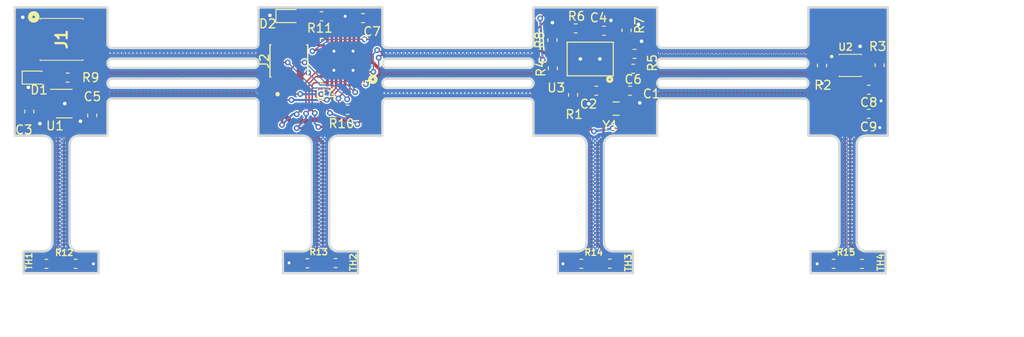
<source format=kicad_pcb>
(kicad_pcb (version 20200724) (host pcbnew "(5.99.0-2415-gbbdd3fce7)")
  (layers (0 "F.Cu" signal) (31 "B.Cu" signal) (34 "B.Paste" user) (35 "F.Paste" user) (36 "B.SilkS" user) (37 "F.SilkS" user) (38 "B.Mask" user) (39 "F.Mask" user) (44 "Edge.Cuts" user))
  (net 0 "")
  (net 1 "GND")
  (net 2 "Net-(C1-Pad1)")
  (net 3 "Net-(C2-Pad1)")
  (net 4 "+3V3")
  (net 5 "VDD")
  (net 6 "SCK")
  (net 7 "MISO")
  (net 8 "RESET")
  (net 9 "MOSI")
  (net 10 "RX")
  (net 11 "TX")
  (net 12 "SENSOR_SDA")
  (net 13 "SENSOR_SCL")
  (net 14 "Net-(C4-Pad1)")
  (net 15 "Net-(R2-Pad2)")
  (net 16 "Net-(R3-Pad2)")
  (net 17 "Net-(R5-Pad1)")
  (net 18 "Net-(R6-Pad1)")
  (net 19 "Net-(R7-Pad1)")
  (net 20 "Net-(R8-Pad1)")
  (net 21 "A0")
  (net 22 "A1")
  (net 23 "A2")
  (net 24 "Net-(D1-Pad2)")
  (net 25 "SDA")
  (net 26 "SCL")
  (net 27 "A3")
  (net 28 "Net-(D2-Pad2)")
  (net 29 "Net-(R11-Pad2)")
  (net 30 "Net-(U1-Pad4)")
  (net 31 "Net-(U2-Pad3)")
  (net 32 "Net-(U3-Pad14)")
  (net 33 "Net-(U4-Pad7)")
  (net 34 "Net-(U4-Pad8)")
  (net 35 "Net-(U4-Pad9)")
  (net 36 "Net-(U4-Pad11)")
  (net 37 "Net-(U4-Pad12)")
  (net 38 "Net-(U4-Pad13)")
  (net 39 "Net-(U4-Pad14)")
  (net 40 "Net-(U4-Pad20)")
  (net 41 "Net-(U4-Pad32)")
  (module "Capacitor_SMD:C_0603_1608Metric" (layer "F.Cu") (at 194.135 60.68)
    (fp_text reference "C1" (at 2.435 0.35) (layer "F.SilkS"))
    (fp_text value "22pF")
    (pad "1" smd roundrect (at -0.7875 0) (size 0.875 0.95) (layers "F.Cu" "F.Paste" "F.Mask") (net 2 "Net-(C1-Pad1)"))
    (pad "2" smd roundrect (at 0.7875 0) (size 0.875 0.95) (layers "F.Cu" "F.Paste" "F.Mask") (net 1 "GND"))
  )
  (module "Capacitor_SMD:C_0603_1608Metric" (layer "F.Cu") (at 190.325 60.68 180)
    (fp_text reference "C2" (at 0.865 -1.5 180) (layer "F.SilkS"))
    (fp_text value "22pF")
    (pad "1" smd roundrect (at -0.7875 0 180) (size 0.875 0.95) (layers "F.Cu" "F.Paste" "F.Mask") (net 3 "Net-(C2-Pad1)"))
    (pad "2" smd roundrect (at 0.7875 0 180) (size 0.875 0.95) (layers "F.Cu" "F.Paste" "F.Mask") (net 1 "GND"))
  )
  (module "Capacitor_SMD:C_0603_1608Metric" (layer "F.Cu") (at 164.027 52.493)
    (fp_text reference "C7" (at 1.023 1.517) (layer "F.SilkS"))
    (fp_text value "0.1uF")
    (pad "1" smd roundrect (at -0.7875 0) (size 0.875 0.95) (layers "F.Cu" "F.Paste" "F.Mask") (net 1 "GND"))
    (pad "2" smd roundrect (at 0.7875 0) (size 0.875 0.95) (layers "F.Cu" "F.Paste" "F.Mask") (net 4 "+3V3"))
  )
  (module "Resistor_SMD:R_0603_1608Metric" (layer "F.Cu") (at 194.6508 56.5239)
    (fp_text reference "R5" (at 2.0065 1.016 90) (layer "F.SilkS"))
    (fp_text value "10K")
    (pad "1" smd roundrect (at -0.7875 0) (size 0.875 0.95) (layers "F.Cu" "F.Paste" "F.Mask") (net 17 "Net-(R5-Pad1)"))
    (pad "2" smd roundrect (at 0.7875 0) (size 0.875 0.95) (layers "F.Cu" "F.Paste" "F.Mask") (net 1 "GND"))
  )
  (module "Resistor_SMD:R_0603_1608Metric" (layer "F.Cu") (at 185.3902 54.9636 90)
    (fp_text reference "R8" (at 0 -1.43 90) (layer "F.SilkS"))
    (fp_text value "10K")
    (pad "1" smd roundrect (at -0.7875 0 90) (size 0.875 0.95) (layers "F.Cu" "F.Paste" "F.Mask") (net 20 "Net-(R8-Pad1)"))
    (pad "2" smd roundrect (at 0.7875 0 90) (size 0.875 0.95) (layers "F.Cu" "F.Paste" "F.Mask") (net 1 "GND"))
  )
  (module "Resistor_SMD:R_0603_1608Metric" (layer "F.Cu") (at 222.2886 57.8027 90)
    (fp_text reference "R3" (at 2.1127 -0.2286 180) (layer "F.SilkS"))
    (fp_text value "10K")
    (pad "1" smd roundrect (at -0.7875 0 90) (size 0.875 0.95) (layers "F.Cu" "F.Paste" "F.Mask") (net 4 "+3V3"))
    (pad "2" smd roundrect (at 0.7875 0 90) (size 0.875 0.95) (layers "F.Cu" "F.Paste" "F.Mask") (net 16 "Net-(R3-Pad2)"))
  )
  (module "ATMEGA328P-MUR:QFN50P500X500X100-33N" (layer "F.Cu") (at 161.7665 57.319 180)
    (fp_text reference "U4" (at 1.9065 -3.851 180) (layer "F.SilkS") (effects (font (size 1.27 1.27) (thickness 0.14986))))
    (fp_text value "ATMEGA328P-MUR")
    (pad "1" smd rect (at -2.4638 -1.7526 180) (size 0.8128 0.3048) (layers "F.Cu" "F.Paste" "F.Mask") (net 12 "SENSOR_SDA"))
    (pad "2" smd rect (at -2.4638 -1.2446 180) (size 0.8128 0.3048) (layers "F.Cu" "F.Paste" "F.Mask") (net 13 "SENSOR_SCL"))
    (pad "3" smd rect (at -2.4638 -0.762 180) (size 0.8128 0.3048) (layers "F.Cu" "F.Paste" "F.Mask") (net 1 "GND"))
    (pad "4" smd rect (at -2.4638 -0.254 180) (size 0.8128 0.3048) (layers "F.Cu" "F.Paste" "F.Mask") (net 4 "+3V3"))
    (pad "5" smd rect (at -2.4638 0.254 180) (size 0.8128 0.3048) (layers "F.Cu" "F.Paste" "F.Mask") (net 1 "GND"))
    (pad "6" smd rect (at -2.4638 0.762 180) (size 0.8128 0.3048) (layers "F.Cu" "F.Paste" "F.Mask") (net 4 "+3V3"))
    (pad "7" smd rect (at -2.4638 1.2446 180) (size 0.8128 0.3048) (layers "F.Cu" "F.Paste" "F.Mask") (net 33 "Net-(U4-Pad7)"))
    (pad "8" smd rect (at -2.4638 1.7526 180) (size 0.8128 0.3048) (layers "F.Cu" "F.Paste" "F.Mask") (net 34 "Net-(U4-Pad8)"))
    (pad "9" smd rect (at -1.7526 2.4638 180) (size 0.3048 0.8128) (layers "F.Cu" "F.Paste" "F.Mask") (net 35 "Net-(U4-Pad9)"))
    (pad "10" smd rect (at -1.2446 2.4638 180) (size 0.3048 0.8128) (layers "F.Cu" "F.Paste" "F.Mask") (net 29 "Net-(R11-Pad2)"))
    (pad "11" smd rect (at -0.762 2.4638 180) (size 0.3048 0.8128) (layers "F.Cu" "F.Paste" "F.Mask") (net 36 "Net-(U4-Pad11)"))
    (pad "12" smd rect (at -0.254 2.4638 180) (size 0.3048 0.8128) (layers "F.Cu" "F.Paste" "F.Mask") (net 37 "Net-(U4-Pad12)"))
    (pad "13" smd rect (at 0.254 2.4638 180) (size 0.3048 0.8128) (layers "F.Cu" "F.Paste" "F.Mask") (net 38 "Net-(U4-Pad13)"))
    (pad "14" smd rect (at 0.762 2.4638 180) (size 0.3048 0.8128) (layers "F.Cu" "F.Paste" "F.Mask") (net 39 "Net-(U4-Pad14)"))
    (pad "15" smd rect (at 1.2446 2.4638 180) (size 0.3048 0.8128) (layers "F.Cu" "F.Paste" "F.Mask") (net 9 "MOSI"))
    (pad "16" smd rect (at 1.7526 2.4638 180) (size 0.3048 0.8128) (layers "F.Cu" "F.Paste" "F.Mask") (net 7 "MISO"))
    (pad "17" smd rect (at 2.4638 1.7526 180) (size 0.8128 0.3048) (layers "F.Cu" "F.Paste" "F.Mask") (net 6 "SCK"))
    (pad "18" smd rect (at 2.4638 1.2446 180) (size 0.8128 0.3048) (layers "F.Cu" "F.Paste" "F.Mask") (net 4 "+3V3"))
    (pad "19" smd rect (at 2.4638 0.762 180) (size 0.8128 0.3048) (layers "F.Cu" "F.Paste" "F.Mask") (net 1 "GND"))
    (pad "20" smd rect (at 2.4638 0.254 180) (size 0.8128 0.3048) (layers "F.Cu" "F.Paste" "F.Mask") (net 40 "Net-(U4-Pad20)"))
    (pad "21" smd rect (at 2.4638 -0.254 180) (size 0.8128 0.3048) (layers "F.Cu" "F.Paste" "F.Mask") (net 1 "GND"))
    (pad "22" smd rect (at 2.4638 -0.762 180) (size 0.8128 0.3048) (layers "F.Cu" "F.Paste" "F.Mask") (net 1 "GND"))
    (pad "23" smd rect (at 2.4638 -1.2446 180) (size 0.8128 0.3048) (layers "F.Cu" "F.Paste" "F.Mask") (net 21 "A0"))
    (pad "24" smd rect (at 2.4638 -1.7526 180) (size 0.8128 0.3048) (layers "F.Cu" "F.Paste" "F.Mask") (net 22 "A1"))
    (pad "25" smd rect (at 1.7526 -2.4638 180) (size 0.3048 0.8128) (layers "F.Cu" "F.Paste" "F.Mask") (net 23 "A2"))
    (pad "26" smd rect (at 1.2446 -2.4638 180) (size 0.3048 0.8128) (layers "F.Cu" "F.Paste" "F.Mask") (net 27 "A3"))
    (pad "27" smd rect (at 0.762 -2.4638 180) (size 0.3048 0.8128) (layers "F.Cu" "F.Paste" "F.Mask") (net 25 "SDA"))
    (pad "28" smd rect (at 0.254 -2.4638 180) (size 0.3048 0.8128) (layers "F.Cu" "F.Paste" "F.Mask") (net 26 "SCL"))
    (pad "29" smd rect (at -0.254 -2.4638 180) (size 0.3048 0.8128) (layers "F.Cu" "F.Paste" "F.Mask") (net 8 "RESET"))
    (pad "30" smd rect (at -0.762 -2.4638 180) (size 0.3048 0.8128) (layers "F.Cu" "F.Paste" "F.Mask") (net 10 "RX"))
    (pad "31" smd rect (at -1.2446 -2.4638 180) (size 0.3048 0.8128) (layers "F.Cu" "F.Paste" "F.Mask") (net 11 "TX"))
    (pad "32" smd rect (at -1.7526 -2.4638 180) (size 0.3048 0.8128) (layers "F.Cu" "F.Paste" "F.Mask") (net 41 "Net-(U4-Pad32)"))
    (pad "33" smd rect (at 0 0 180) (size 3.2512 3.2512) (layers "F.Cu" "F.Paste" "F.Mask") (net 1 "GND"))
  )
  (module "SHT31-V2:XDCR_SHT31-DIS-F2.5KS" (layer "F.Cu") (at 218.975 57.825)
    (fp_text reference "U2" (at -0.535 -2.075) (layer "F.SilkS") (effects (font (size 0.8 0.8))))
    (fp_text value "SHT31-DIS-B")
    (fp_poly (pts (xy -0.5 -0.55) (xy -0.2 -0.85) (xy 0.5 -0.85) (xy 0.5 0.85) (xy -0.5 0.85)) (layer "F.Cu") (width 0.01))
    (pad "1" smd rect (at -1.175 -0.75) (size 0.55 0.25) (layers "F.Cu" "F.Paste") (net 12 "SENSOR_SDA"))
    (pad "2" smd rect (at -1.175 -0.25) (size 0.55 0.25) (layers "F.Cu" "F.Paste") (net 15 "Net-(R2-Pad2)"))
    (pad "3" smd rect (at -1.175 0.25) (size 0.55 0.25) (layers "F.Cu" "F.Paste") (net 31 "Net-(U2-Pad3)"))
    (pad "4" smd rect (at -1.175 0.75) (size 0.55 0.25) (layers "F.Cu" "F.Paste") (net 13 "SENSOR_SCL"))
    (pad "5" smd rect (at 1.175 0.75) (size 0.55 0.25) (layers "F.Cu" "F.Paste") (net 4 "+3V3"))
    (pad "6" smd rect (at 1.175 0.25) (size 0.55 0.25) (layers "F.Cu" "F.Paste") (net 16 "Net-(R3-Pad2)"))
    (pad "7" smd rect (at 1.175 -0.25) (size 0.55 0.25) (layers "F.Cu" "F.Paste") (net 1 "GND"))
    (pad "8" smd rect (at 1.175 -0.75) (size 0.55 0.25) (layers "F.Cu" "F.Paste") (net 1 "GND"))
    (pad "9" smd rect (at 0 0) (size 1 1) (layers "F.Cu") (net 1 "GND"))
  )
  (module "BNO055:LGA28R50P4X10_380X520X100" (layer "F.Cu") (at 189.65 57.1 180)
    (fp_text reference "U3" (at 3.834 -3.2465) (layer "F.SilkS") (effects (font (size 1.001008 1.001008) (thickness 0.14986))))
    (fp_text value "BNO055")
    (pad "1" smd rect (at -2.25 -1.5625 180) (size 0.3 0.525) (layers "F.Cu" "F.Paste" "F.Mask"))
    (pad "2" smd rect (at -2.3125 -0.75 180) (size 0.425 0.3) (layers "F.Cu" "F.Paste" "F.Mask") (net 1 "GND"))
    (pad "3" smd rect (at -2.3125 -0.25 180) (size 0.425 0.3) (layers "F.Cu" "F.Paste" "F.Mask") (net 4 "+3V3"))
    (pad "4" smd rect (at -2.3125 0.25 180) (size 0.425 0.3) (layers "F.Cu" "F.Paste" "F.Mask") (net 4 "+3V3"))
    (pad "5" smd rect (at -2.3125 0.75 180) (size 0.425 0.3) (layers "F.Cu" "F.Paste" "F.Mask") (net 17 "Net-(R5-Pad1)"))
    (pad "6" smd rect (at -2.25 1.5625 180) (size 0.3 0.525) (layers "F.Cu" "F.Paste" "F.Mask") (net 19 "Net-(R7-Pad1)"))
    (pad "7" smd rect (at -1.75 1.5625 180) (size 0.3 0.525) (layers "F.Cu" "F.Paste" "F.Mask"))
    (pad "8" smd rect (at -1.25 1.5625 180) (size 0.3 0.525) (layers "F.Cu" "F.Paste" "F.Mask"))
    (pad "9" smd rect (at -0.75 1.5625 180) (size 0.3 0.525) (layers "F.Cu" "F.Paste" "F.Mask") (net 14 "Net-(C4-Pad1)"))
    (pad "10" smd rect (at -0.25 1.5625 180) (size 0.3 0.525) (layers "F.Cu" "F.Paste" "F.Mask") (net 1 "GND"))
    (pad "11" smd rect (at 0.25 1.5625 180) (size 0.3 0.525) (layers "F.Cu" "F.Paste" "F.Mask") (net 18 "Net-(R6-Pad1)"))
    (pad "12" smd rect (at 0.75 1.5625 180) (size 0.3 0.525) (layers "F.Cu" "F.Paste" "F.Mask"))
    (pad "13" smd rect (at 1.25 1.5625 180) (size 0.3 0.525) (layers "F.Cu" "F.Paste" "F.Mask"))
    (pad "14" smd rect (at 1.75 1.5625 180) (size 0.3 0.525) (layers "F.Cu" "F.Paste" "F.Mask") (net 32 "Net-(U3-Pad14)"))
    (pad "15" smd rect (at 2.25 1.5625 180) (size 0.3 0.525) (layers "F.Cu" "F.Paste" "F.Mask") (net 1 "GND"))
    (pad "16" smd rect (at 2.3125 0.75 180) (size 0.425 0.3) (layers "F.Cu" "F.Paste" "F.Mask") (net 1 "GND"))
    (pad "17" smd rect (at 2.3125 0.25 180) (size 0.425 0.3) (layers "F.Cu" "F.Paste" "F.Mask") (net 20 "Net-(R8-Pad1)"))
    (pad "18" smd rect (at 2.3125 -0.25 180) (size 0.425 0.3) (layers "F.Cu" "F.Paste" "F.Mask") (net 1 "GND"))
    (pad "19" smd rect (at 2.3125 -0.75 180) (size 0.425 0.3) (layers "F.Cu" "F.Paste" "F.Mask") (net 13 "SENSOR_SCL"))
    (pad "20" smd rect (at 2.25 -1.5625 180) (size 0.3 0.525) (layers "F.Cu" "F.Paste" "F.Mask") (net 12 "SENSOR_SDA"))
    (pad "21" smd rect (at 1.75 -1.5625 180) (size 0.3 0.525) (layers "F.Cu" "F.Paste" "F.Mask"))
    (pad "22" smd rect (at 1.25 -1.5625 180) (size 0.3 0.525) (layers "F.Cu" "F.Paste" "F.Mask"))
    (pad "23" smd rect (at 0.75 -1.5625 180) (size 0.3 0.525) (layers "F.Cu" "F.Paste" "F.Mask"))
    (pad "24" smd rect (at 0.25 -1.5625 180) (size 0.3 0.525) (layers "F.Cu" "F.Paste" "F.Mask"))
    (pad "25" smd rect (at -0.25 -1.5625 180) (size 0.3 0.525) (layers "F.Cu" "F.Paste" "F.Mask") (net 1 "GND"))
    (pad "26" smd rect (at -0.75 -1.5625 180) (size 0.3 0.525) (layers "F.Cu" "F.Paste" "F.Mask") (net 3 "Net-(C2-Pad1)"))
    (pad "27" smd rect (at -1.25 -1.5625 180) (size 0.3 0.525) (layers "F.Cu" "F.Paste" "F.Mask") (net 2 "Net-(C1-Pad1)"))
    (pad "28" smd rect (at -1.75 -1.5625 180) (size 0.3 0.525) (layers "F.Cu" "F.Paste" "F.Mask") (net 4 "+3V3"))
  )
  (module "Resistor_SMD:R_0603_1608Metric" (layer "F.Cu") (at 187.721 61.1465 -90)
    (fp_text reference "R1" (at 2.2046 -0.1192 -180) (layer "F.SilkS"))
    (fp_text value "10K")
    (pad "1" smd roundrect (at -0.7875 0 270) (size 0.875 0.95) (layers "F.Cu" "F.Paste" "F.Mask") (net 12 "SENSOR_SDA"))
    (pad "2" smd roundrect (at 0.7875 0 270) (size 0.875 0.95) (layers "F.Cu" "F.Paste" "F.Mask") (net 4 "+3V3"))
  )
  (module "Resistor_SMD:R_0603_1608Metric" (layer "F.Cu") (at 162.3 62.825)
    (fp_text reference "R10" (at -0.69 1.565) (layer "F.SilkS"))
    (fp_text value "10K")
    (pad "1" smd roundrect (at -0.7875 0) (size 0.875 0.95) (layers "F.Cu" "F.Paste" "F.Mask") (net 8 "RESET"))
    (pad "2" smd roundrect (at 0.7875 0) (size 0.875 0.95) (layers "F.Cu" "F.Paste" "F.Mask") (net 4 "+3V3"))
  )
  (module "Resistor_SMD:R_0603_1608Metric" (layer "F.Cu") (at 215.7886 57.8402 90)
    (fp_text reference "R2" (at -2.2125 0.1 180) (layer "F.SilkS"))
    (fp_text value "10K")
    (pad "1" smd roundrect (at -0.7875 0 90) (size 0.875 0.95) (layers "F.Cu" "F.Paste" "F.Mask") (net 1 "GND"))
    (pad "2" smd roundrect (at 0.7875 0 90) (size 0.875 0.95) (layers "F.Cu" "F.Paste" "F.Mask") (net 15 "Net-(R2-Pad2)"))
  )
  (module "Resistor_SMD:R_0603_1608Metric" (layer "F.Cu") (at 188.015 53.655 180)
    (fp_text reference "R6" (at -0.087 1.373) (layer "F.SilkS"))
    (fp_text value "10K")
    (pad "1" smd roundrect (at -0.7875 0 180) (size 0.875 0.95) (layers "F.Cu" "F.Paste" "F.Mask") (net 18 "Net-(R6-Pad1)"))
    (pad "2" smd roundrect (at 0.7875 0 180) (size 0.875 0.95) (layers "F.Cu" "F.Paste" "F.Mask") (net 4 "+3V3"))
  )
  (module "Resistor_SMD:R_0603_1608Metric" (layer "F.Cu") (at 193.745 53.8725 90)
    (fp_text reference "R7" (at 0.5745 1.469 90) (layer "F.SilkS"))
    (fp_text value "10K")
    (pad "1" smd roundrect (at -0.7875 0 90) (size 0.875 0.95) (layers "F.Cu" "F.Paste" "F.Mask") (net 19 "Net-(R7-Pad1)"))
    (pad "2" smd roundrect (at 0.7875 0 90) (size 0.875 0.95) (layers "F.Cu" "F.Paste" "F.Mask") (net 1 "GND"))
  )
  (module "Capacitor_SMD:C_0603_1608Metric" (layer "F.Cu") (at 191.2115 53.914)
    (fp_text reference "C4" (at -0.6213 -1.4629) (layer "F.SilkS"))
    (fp_text value "0.1uF")
    (pad "1" smd roundrect (at -0.7875 0) (size 0.875 0.95) (layers "F.Cu" "F.Paste" "F.Mask") (net 14 "Net-(C4-Pad1)"))
    (pad "2" smd roundrect (at 0.7875 0) (size 0.875 0.95) (layers "F.Cu" "F.Paste" "F.Mask") (net 1 "GND"))
  )
  (module "Resistor_SMD:R_0603_1608Metric" (layer "F.Cu") (at 185.435 58.1495 -90)
    (fp_text reference "R4" (at 0.0016 1.3448 90) (layer "F.SilkS"))
    (fp_text value "10K")
    (pad "1" smd roundrect (at -0.7875 0 270) (size 0.875 0.95) (layers "F.Cu" "F.Paste" "F.Mask") (net 13 "SENSOR_SCL"))
    (pad "2" smd roundrect (at 0.7875 0 270) (size 0.875 0.95) (layers "F.Cu" "F.Paste" "F.Mask") (net 4 "+3V3"))
  )
  (module "Capacitor_SMD:C_0603_1608Metric" (layer "F.Cu") (at 133.5 63.470803 -90)
    (fp_text reference "C5" (at -2.130803 -0.02 -180) (layer "F.SilkS"))
    (fp_text value "10uF")
    (pad "1" smd roundrect (at -0.7875 0 270) (size 0.875 0.95) (layers "F.Cu" "F.Paste" "F.Mask") (net 4 "+3V3"))
    (pad "2" smd roundrect (at 0.7875 0 270) (size 0.875 0.95) (layers "F.Cu" "F.Paste" "F.Mask") (net 1 "GND"))
  )
  (module "Package_TO_SOT_SMD:SOT-23-5" (layer "F.Cu") (at 130.338899 62.133303)
    (fp_text reference "U1" (at -1.039 2.5085) (layer "F.SilkS"))
    (fp_text value "MIC5205-3.3YM5")
    (pad "1" smd rect (at -1.1 -0.95) (size 1.06 0.65) (layers "F.Cu" "F.Paste" "F.Mask") (net 5 "VDD"))
    (pad "2" smd rect (at -1.1 0) (size 1.06 0.65) (layers "F.Cu" "F.Paste" "F.Mask") (net 1 "GND"))
    (pad "3" smd rect (at -1.1 0.95) (size 1.06 0.65) (layers "F.Cu" "F.Paste" "F.Mask") (net 5 "VDD"))
    (pad "4" smd rect (at 1.1 0.95) (size 1.06 0.65) (layers "F.Cu" "F.Paste" "F.Mask") (net 30 "Net-(U1-Pad4)"))
    (pad "5" smd rect (at 1.1 -0.95) (size 1.06 0.65) (layers "F.Cu" "F.Paste" "F.Mask") (net 4 "+3V3"))
  )
  (module "LED_SMD:LED_0603_1608Metric" (layer "F.Cu") (at 155.6956 52.2586)
    (fp_text reference "D2" (at -2.4156 0.8714) (layer "F.SilkS"))
    (fp_text value "LED_Small")
    (pad "1" smd roundrect (at -0.7875 0) (size 0.875 0.95) (layers "F.Cu" "F.Paste" "F.Mask") (net 1 "GND"))
    (pad "2" smd roundrect (at 0.7875 0) (size 0.875 0.95) (layers "F.Cu" "F.Paste" "F.Mask") (net 28 "Net-(D2-Pad2)"))
  )
  (module "Resistor_SMD:R_0603_1608Metric" (layer "F.Cu") (at 159.3535 52.284)
    (fp_text reference "R11" (at -0.1935 1.336) (layer "F.SilkS"))
    (fp_text value "100ohm")
    (pad "1" smd roundrect (at -0.7875 0) (size 0.875 0.95) (layers "F.Cu" "F.Paste" "F.Mask") (net 28 "Net-(D2-Pad2)"))
    (pad "2" smd roundrect (at 0.7875 0) (size 0.875 0.95) (layers "F.Cu" "F.Paste" "F.Mask") (net 29 "Net-(R11-Pad2)"))
  )
  (module "LED_SMD:LED_0603_1608Metric" (layer "F.Cu") (at 127.0799 59.2)
    (fp_text reference "D1" (at 0.4201 1.39) (layer "F.SilkS"))
    (fp_text value "LED_Small")
    (pad "1" smd roundrect (at -0.7875 0) (size 0.875 0.95) (layers "F.Cu" "F.Paste" "F.Mask") (net 1 "GND"))
    (pad "2" smd roundrect (at 0.7875 0) (size 0.875 0.95) (layers "F.Cu" "F.Paste" "F.Mask") (net 24 "Net-(D1-Pad2)"))
  )
  (module "Resistor_SMD:R_0603_1608Metric" (layer "F.Cu") (at 130.7375 59.2 180)
    (fp_text reference "R9" (at -2.5799 0) (layer "F.SilkS"))
    (fp_text value "100ohm")
    (pad "1" smd roundrect (at -0.7875 0 180) (size 0.875 0.95) (layers "F.Cu" "F.Paste" "F.Mask") (net 4 "+3V3"))
    (pad "2" smd roundrect (at 0.7875 0 180) (size 0.875 0.95) (layers "F.Cu" "F.Paste" "F.Mask") (net 24 "Net-(D1-Pad2)"))
  )
  (module "Capacitor_SMD:C_0603_1608Metric" (layer "F.Cu") (at 194.4983 58.2011 180)
    (fp_text reference "C6" (at 0.0081 -1.2) (layer "F.SilkS"))
    (fp_text value "0.1uF")
    (pad "1" smd roundrect (at -0.7875 0 180) (size 0.875 0.95) (layers "F.Cu" "F.Paste" "F.Mask") (net 1 "GND"))
    (pad "2" smd roundrect (at 0.7875 0 180) (size 0.875 0.95) (layers "F.Cu" "F.Paste" "F.Mask") (net 4 "+3V3"))
  )
  (module "4pin:95278101A04LF" (layer "F.Cu") (at 130.041101 54.8868 -90)
    (fp_text reference "J1" (at 0 0 90) (layer "F.SilkS") (effects (font (size 1.27 1.27) (thickness 0.254))))
    (fp_text value "95278-101A04LF" hide)
    (pad "1" smd rect (at -1.27 2.73 270) (size 1.27 2.54) (layers "F.Cu" "F.Paste" "F.Mask") (net 1 "GND"))
    (pad "2" smd rect (at -1.27 -2.73 270) (size 1.27 2.54) (layers "F.Cu" "F.Paste" "F.Mask") (net 25 "SDA"))
    (pad "3" smd rect (at 1.27 2.73 270) (size 1.27 2.54) (layers "F.Cu" "F.Paste" "F.Mask") (net 5 "VDD"))
    (pad "4" smd rect (at 1.27 -2.73 270) (size 1.27 2.54) (layers "F.Cu" "F.Paste" "F.Mask") (net 26 "SCL"))
  )
  (module "6pin:Amphenol_ICC___FCI-20021121-00006C4LF-MFG" (layer "F.Cu") (at 155.6705 57.319)
    (fp_text reference "J2" (at -2.7605 0.971 90) (layer "F.SilkS") (effects (justify left)))
    (fp_text value "20021121-00006C4LF" hide)
    (pad "1" smd rect (at -1.27 1.95) (size 0.76 2.4) (layers "F.Cu" "F.Paste" "F.Mask") (net 8 "RESET"))
    (pad "2" smd rect (at -1.27 -1.95) (size 0.76 2.4) (layers "F.Cu" "F.Paste" "F.Mask") (net 9 "MOSI"))
    (pad "3" smd rect (at 0 1.95) (size 0.76 2.4) (layers "F.Cu" "F.Paste" "F.Mask") (net 11 "TX"))
    (pad "4" smd rect (at 0 -1.95) (size 0.76 2.4) (layers "F.Cu" "F.Paste" "F.Mask") (net 7 "MISO"))
    (pad "5" smd rect (at 1.27 1.95) (size 0.76 2.4) (layers "F.Cu" "F.Paste" "F.Mask") (net 10 "RX"))
    (pad "6" smd rect (at 1.27 -1.95) (size 0.76 2.4) (layers "F.Cu" "F.Paste" "F.Mask") (net 6 "SCK"))
  )
  (module "ABS07-32.768KHZ-T:XTAL_ABS07-32.768KHZ-T" (layer "F.Cu") (at 192.567 62.696 180)
    (fp_text reference "Y1" (at 0.635 -1.905) (layer "F.SilkS") (effects (font (thickness 0.14986))))
    (fp_text value "ABS07-32.768KHZ-T")
    (pad "1" smd rect (at -1.25 0 180) (size 1.1 1.9) (layers "F.Cu" "F.Paste" "F.Mask") (net 2 "Net-(C1-Pad1)"))
    (pad "2" smd rect (at 1.25 0 180) (size 1.1 1.9) (layers "F.Cu" "F.Paste" "F.Mask") (net 3 "Net-(C2-Pad1)"))
  )
  (module "Resistor_SMD:R_0603_1608Metric" (layer "F.Cu") (at 160.933428 80.116235 180)
    (fp_text reference "TH2" (at -1.996572 0.096235 270) (layer "F.SilkS") (effects (font (size 0.7112 0.7112))))
    (fp_text value "10K")
    (pad "1" smd roundrect (at -0.7875 0 180) (size 0.875 0.95) (layers "F.Cu" "F.Paste" "F.Mask") (net 4 "+3V3"))
    (pad "2" smd roundrect (at 0.7875 0 180) (size 0.875 0.95) (layers "F.Cu" "F.Paste" "F.Mask") (net 22 "A1"))
  )
  (module "Resistor_SMD:R_0603_1608Metric" (layer "F.Cu") (at 220.309028 80.209408 180)
    (fp_text reference "TH4" (at -2.080972 0.189408 270) (layer "F.SilkS") (effects (font (size 0.7112 0.7112))))
    (fp_text value "10K")
    (pad "1" smd roundrect (at -0.7875 0 180) (size 0.875 0.95) (layers "F.Cu" "F.Paste" "F.Mask") (net 4 "+3V3"))
    (pad "2" smd roundrect (at 0.7875 0 180) (size 0.875 0.95) (layers "F.Cu" "F.Paste" "F.Mask") (net 27 "A3"))
  )
  (module "Resistor_SMD:R_0603_1608Metric" (layer "F.Cu") (at 191.862015 80.180528 180)
    (fp_text reference "TH3" (at -2.077985 0.110528 270) (layer "F.SilkS") (effects (font (size 0.7112 0.7112))))
    (fp_text value "10K")
    (pad "1" smd roundrect (at -0.7875 0 180) (size 0.875 0.95) (layers "F.Cu" "F.Paste" "F.Mask") (net 4 "+3V3"))
    (pad "2" smd roundrect (at 0.7875 0 180) (size 0.875 0.95) (layers "F.Cu" "F.Paste" "F.Mask") (net 23 "A2"))
  )
  (module "Resistor_SMD:R_0603_1608Metric" (layer "F.Cu") (at 128.33 80.2)
    (fp_text reference "TH1" (at -1.96 -0.29 90) (layer "F.SilkS") (effects (font (size 0.7 0.7))))
    (fp_text value "10K")
    (pad "1" smd roundrect (at -0.7875 0) (size 0.875 0.95) (layers "F.Cu" "F.Paste" "F.Mask") (net 4 "+3V3"))
    (pad "2" smd roundrect (at 0.7875 0) (size 0.875 0.95) (layers "F.Cu" "F.Paste" "F.Mask") (net 21 "A0"))
  )
  (module "Capacitor_SMD:C_0603_1608Metric" (layer "F.Cu") (at 221.05 63.28)
    (fp_text reference "C9" (at -0.01 1.48) (layer "F.SilkS"))
    (fp_text value "10uF")
    (pad "1" smd roundrect (at -0.7875 0) (size 0.875 0.95) (layers "F.Cu" "F.Paste" "F.Mask") (net 4 "+3V3"))
    (pad "2" smd roundrect (at 0.7875 0) (size 0.875 0.95) (layers "F.Cu" "F.Paste" "F.Mask") (net 1 "GND"))
  )
  (module "Resistor_SMD:R_0603_1608Metric" (layer "F.Cu") (at 217.0975 80.2)
    (fp_text reference "R15" (at 1.3925 -1.3) (layer "F.SilkS") (effects (font (size 0.7112 0.7112))))
    (fp_text value "10K")
    (pad "1" smd roundrect (at -0.7875 0) (size 0.875 0.95) (layers "F.Cu" "F.Paste" "F.Mask") (net 1 "GND"))
    (pad "2" smd roundrect (at 0.7875 0) (size 0.875 0.95) (layers "F.Cu" "F.Paste" "F.Mask") (net 27 "A3"))
  )
  (module "Resistor_SMD:R_0603_1608Metric" (layer "F.Cu") (at 131.63 80.2 180)
    (fp_text reference "R12" (at 1.29 1.25 180) (layer "F.SilkS") (effects (font (size 0.7 0.7))))
    (fp_text value "10K")
    (pad "1" smd roundrect (at -0.7875 0 180) (size 0.875 0.95) (layers "F.Cu" "F.Paste" "F.Mask") (net 1 "GND"))
    (pad "2" smd roundrect (at 0.7875 0 180) (size 0.875 0.95) (layers "F.Cu" "F.Paste" "F.Mask") (net 21 "A0"))
  )
  (module "Resistor_SMD:R_0603_1608Metric" (layer "F.Cu") (at 157.7525 80.14)
    (fp_text reference "R13" (at 1.2775 -1.28) (layer "F.SilkS") (effects (font (size 0.7112 0.7112))))
    (fp_text value "10K")
    (pad "1" smd roundrect (at -0.7875 0) (size 0.875 0.95) (layers "F.Cu" "F.Paste" "F.Mask") (net 1 "GND"))
    (pad "2" smd roundrect (at 0.7875 0) (size 0.875 0.95) (layers "F.Cu" "F.Paste" "F.Mask") (net 22 "A1"))
  )
  (module "Capacitor_SMD:C_0603_1608Metric" (layer "F.Cu") (at 221.06 60.57 180)
    (fp_text reference "C8" (at 0 -1.43) (layer "F.SilkS"))
    (fp_text value "0.1uF")
    (pad "1" smd roundrect (at -0.7875 0 180) (size 0.875 0.95) (layers "F.Cu" "F.Paste" "F.Mask") (net 1 "GND"))
    (pad "2" smd roundrect (at 0.7875 0 180) (size 0.875 0.95) (layers "F.Cu" "F.Paste" "F.Mask") (net 4 "+3V3"))
  )
  (module "Resistor_SMD:R_0603_1608Metric" (layer "F.Cu") (at 188.64725 80.19425)
    (fp_text reference "R14" (at 1.39275 -1.27425) (layer "F.SilkS") (effects (font (size 0.7112 0.7112))))
    (fp_text value "10K")
    (pad "1" smd roundrect (at -0.7875 0) (size 0.875 0.95) (layers "F.Cu" "F.Paste" "F.Mask") (net 1 "GND"))
    (pad "2" smd roundrect (at 0.7875 0) (size 0.875 0.95) (layers "F.Cu" "F.Paste" "F.Mask") (net 23 "A2"))
  )
  (module "Capacitor_SMD:C_0603_1608Metric" (layer "F.Cu") (at 126.4 63.020803 -90)
    (fp_text reference "C3" (at 2.059197 0.61 180) (layer "F.SilkS"))
    (fp_text value "10uF")
    (pad "1" smd roundrect (at -0.7875 0 270) (size 0.875 0.95) (layers "F.Cu" "F.Paste" "F.Mask") (net 5 "VDD"))
    (pad "2" smd roundrect (at 0.7875 0 270) (size 0.875 0.95) (layers "F.Cu" "F.Paste" "F.Mask") (net 1 "GND"))
  )
  (gr_circle (center 165.14 59.4) (end 165.29 59.4) (layer "F.SilkS") (width 0.381))
  (gr_circle (center 126.9 52.36) (end 127.05 52.36) (layer "F.SilkS") (width 0.5))
  (gr_line (start 135.73 60.333846) (end 151.73 60.333846) (layer "Edge.Cuts") (width 0.2))
  (gr_line (start 216.73 78.76914) (end 214.48 78.76914) (layer "Edge.Cuts") (width 0.2))
  (gr_arc (start 166.73 57.583846) (end 166.73 57.083846) (angle -180) (layer "Edge.Cuts") (width 0.2))
  (gr_line (start 131.98 65.76914) (end 135.23 65.76914) (layer "Edge.Cuts") (width 0.2))
  (gr_line (start 127.98 78.76914) (end 125.73 78.76914) (layer "Edge.Cuts") (width 0.2))
  (gr_arc (start 192.23 66.76914) (end 192.23 65.76914) (angle -90) (layer "Edge.Cuts") (width 0.2))
  (gr_arc (start 197.73 62.083846) (end 197.73 61.583846) (angle -90) (layer "Edge.Cuts") (width 0.2))
  (gr_arc (start 188.23 77.76914) (end 188.23 78.76914) (angle -90) (layer "Edge.Cuts") (width 0.2))
  (gr_line (start 157.23 78.76914) (end 154.98 78.76914) (layer "Edge.Cuts") (width 0.2))
  (gr_line (start 161.23 65.76914) (end 166.23 65.76914) (layer "Edge.Cuts") (width 0.2))
  (gr_line (start 166.73 59.333846) (end 182.73 59.333846) (layer "Edge.Cuts") (width 0.2))
  (gr_line (start 197.73 59.333846) (end 213.73 59.333846) (layer "Edge.Cuts") (width 0.2))
  (gr_arc (start 127.98 77.76914) (end 127.98 78.76914) (angle -90) (layer "Edge.Cuts") (width 0.2))
  (gr_line (start 185.98 78.76914) (end 185.98 81.26914) (layer "Edge.Cuts") (width 0.2))
  (gr_arc (start 182.73 55.333846) (end 182.73 55.833846) (angle -90) (layer "Edge.Cuts") (width 0.2))
  (gr_line (start 214.48 78.76914) (end 214.48 81.26914) (layer "Edge.Cuts") (width 0.2))
  (gr_line (start 189.23 66.76914) (end 189.23 77.76914) (layer "Edge.Cuts") (width 0.2))
  (gr_line (start 222.98 81.26914) (end 222.98 78.76914) (layer "Edge.Cuts") (width 0.2))
  (gr_line (start 197.73 60.333846) (end 213.73 60.333846) (layer "Edge.Cuts") (width 0.2))
  (gr_arc (start 151.73 57.583846) (end 151.73 58.083846) (angle -180) (layer "Edge.Cuts") (width 0.2))
  (gr_arc (start 166.73 62.083846) (end 166.73 61.583846) (angle -90) (layer "Edge.Cuts") (width 0.2))
  (gr_line (start 124.73 51.26914) (end 124.73 65.76914) (layer "Edge.Cuts") (width 0.2))
  (gr_arc (start 157.23 77.76914) (end 157.23 78.76914) (angle -90) (layer "Edge.Cuts") (width 0.2))
  (gr_arc (start 216.73 77.76914) (end 216.73 78.76914) (angle -90) (layer "Edge.Cuts") (width 0.2))
  (gr_arc (start 213.73 57.583846) (end 213.73 58.083846) (angle -180) (layer "Edge.Cuts") (width 0.2))
  (gr_line (start 183.23 65.76914) (end 183.23 62.083846) (layer "Edge.Cuts") (width 0.2))
  (gr_line (start 194.48 81.26914) (end 194.48 78.76914) (layer "Edge.Cuts") (width 0.2))
  (gr_arc (start 188.23 66.76914) (end 189.23 66.76914) (angle -90) (layer "Edge.Cuts") (width 0.2))
  (gr_line (start 188.23 78.76914) (end 185.98 78.76914) (layer "Edge.Cuts") (width 0.2))
  (gr_arc (start 135.73 59.833846) (end 135.73 59.333846) (angle -180) (layer "Edge.Cuts") (width 0.2))
  (gr_line (start 134.23 81.26914) (end 134.23 78.76914) (layer "Edge.Cuts") (width 0.2))
  (gr_line (start 219.73 77.76914) (end 219.73 66.76914) (layer "Edge.Cuts") (width 0.2))
  (gr_arc (start 192.23 77.76914) (end 191.23 77.76914) (angle -90) (layer "Edge.Cuts") (width 0.2))
  (gr_arc (start 220.73 66.76914) (end 220.73 65.76914) (angle -90) (layer "Edge.Cuts") (width 0.2))
  (gr_line (start 166.23 55.333846) (end 166.23 51.26914) (layer "Edge.Cuts") (width 0.2))
  (gr_line (start 135.73 57.083846) (end 151.73 57.083846) (layer "Edge.Cuts") (width 0.2))
  (gr_line (start 183.23 65.76914) (end 188.23 65.76914) (layer "Edge.Cuts") (width 0.2))
  (gr_arc (start 131.98 66.76914) (end 131.98 65.76914) (angle -90) (layer "Edge.Cuts") (width 0.2))
  (gr_line (start 197.73 55.833846) (end 213.73 55.833846) (layer "Edge.Cuts") (width 0.2))
  (gr_line (start 214.48 81.26914) (end 222.98 81.26914) (layer "Edge.Cuts") (width 0.2))
  (gr_line (start 194.48 78.76914) (end 192.23 78.76914) (layer "Edge.Cuts") (width 0.2))
  (gr_line (start 163.48 81.26914) (end 163.48 78.76914) (layer "Edge.Cuts") (width 0.2))
  (gr_line (start 125.73 81.26914) (end 134.23 81.26914) (layer "Edge.Cuts") (width 0.2))
  (gr_line (start 222.98 78.76914) (end 220.73 78.76914) (layer "Edge.Cuts") (width 0.2))
  (gr_line (start 128.98 66.76914) (end 128.98 77.76914) (layer "Edge.Cuts") (width 0.2))
  (gr_arc (start 197.73 57.583846) (end 197.73 57.083846) (angle -180) (layer "Edge.Cuts") (width 0.2))
  (gr_arc (start 161.23 66.76914) (end 161.23 65.76914) (angle -90) (layer "Edge.Cuts") (width 0.2))
  (gr_arc (start 213.73 62.083846) (end 214.23 62.083846) (angle -90) (layer "Edge.Cuts") (width 0.2))
  (gr_line (start 135.73 55.833846) (end 151.73 55.833846) (layer "Edge.Cuts") (width 0.2))
  (gr_line (start 160.23 77.76914) (end 160.23 66.76914) (layer "Edge.Cuts") (width 0.2))
  (gr_line (start 191.23 77.76914) (end 191.23 66.76914) (layer "Edge.Cuts") (width 0.2))
  (gr_arc (start 166.73 59.833846) (end 166.73 59.333846) (angle -180) (layer "Edge.Cuts") (width 0.2))
  (gr_line (start 183.23 55.333846) (end 183.23 51.26914) (layer "Edge.Cuts") (width 0.2))
  (gr_line (start 124.73 65.76914) (end 127.98 65.76914) (layer "Edge.Cuts") (width 0.2))
  (gr_line (start 214.23 55.333846) (end 214.23 51.26914) (layer "Edge.Cuts") (width 0.2))
  (gr_line (start 135.73 59.333846) (end 151.73 59.333846) (layer "Edge.Cuts") (width 0.2))
  (gr_line (start 166.73 58.083846) (end 182.73 58.083846) (layer "Edge.Cuts") (width 0.2))
  (gr_line (start 166.73 60.333846) (end 182.73 60.333846) (layer "Edge.Cuts") (width 0.2))
  (gr_arc (start 166.73 55.333846) (end 166.23 55.333846) (angle -90) (layer "Edge.Cuts") (width 0.2))
  (gr_arc (start 157.23 66.76914) (end 158.23 66.76914) (angle -90) (layer "Edge.Cuts") (width 0.2))
  (gr_line (start 217.73 66.76914) (end 217.73 77.76914) (layer "Edge.Cuts") (width 0.2))
  (gr_line (start 220.73 65.76914) (end 223.23 65.76914) (layer "Edge.Cuts") (width 0.2))
  (gr_arc (start 151.73 59.833846) (end 151.73 60.333846) (angle -180) (layer "Edge.Cuts") (width 0.2))
  (gr_line (start 214.23 65.76914) (end 216.73 65.76914) (layer "Edge.Cuts") (width 0.2))
  (gr_line (start 135.23 62.083846) (end 135.23 65.76914) (layer "Edge.Cuts") (width 0.2))
  (gr_arc (start 131.98 77.76914) (end 130.98 77.76914) (angle -90) (layer "Edge.Cuts") (width 0.2))
  (gr_line (start 124.73 51.26914) (end 135.23 51.26914) (layer "Edge.Cuts") (width 0.2))
  (gr_arc (start 220.73 77.76914) (end 219.73 77.76914) (angle -90) (layer "Edge.Cuts") (width 0.2))
  (gr_line (start 223.23 65.76914) (end 223.23 51.26914) (layer "Edge.Cuts") (width 0.2))
  (gr_line (start 154.98 81.26914) (end 163.48 81.26914) (layer "Edge.Cuts") (width 0.2))
  (gr_arc (start 135.73 55.333846) (end 135.229999 55.333846) (angle -90) (layer "Edge.Cuts") (width 0.2))
  (gr_arc (start 197.73 55.333846) (end 197.23 55.333846) (angle -90) (layer "Edge.Cuts") (width 0.2))
  (gr_line (start 152.23 65.76914) (end 157.23 65.76914) (layer "Edge.Cuts") (width 0.2))
  (gr_line (start 192.23 65.76914) (end 197.23 65.76914) (layer "Edge.Cuts") (width 0.2))
  (gr_arc (start 216.73 66.76914) (end 217.73 66.76914) (angle -90) (layer "Edge.Cuts") (width 0.2))
  (gr_line (start 166.73 57.083846) (end 182.73 57.083846) (layer "Edge.Cuts") (width 0.2))
  (gr_line (start 130.98 77.76914) (end 130.98 66.76914) (layer "Edge.Cuts") (width 0.2))
  (gr_arc (start 135.73 62.083846) (end 135.73 61.583846) (angle -90) (layer "Edge.Cuts") (width 0.2))
  (gr_arc (start 213.73 59.833846) (end 213.73 60.333846) (angle -180) (layer "Edge.Cuts") (width 0.2))
  (gr_arc (start 182.73 59.833846) (end 182.73 60.333846) (angle -180) (layer "Edge.Cuts") (width 0.2))
  (gr_line (start 197.73 58.083846) (end 213.73 58.083846) (layer "Edge.Cuts") (width 0.2))
  (gr_line (start 166.73 55.833846) (end 182.73 55.833846) (layer "Edge.Cuts") (width 0.2))
  (gr_line (start 152.23 65.76914) (end 152.23 62.083846) (layer "Edge.Cuts") (width 0.2))
  (gr_line (start 152.23 51.26914) (end 166.23 51.26914) (layer "Edge.Cuts") (width 0.2))
  (gr_line (start 214.23 65.76914) (end 214.23 62.083846) (layer "Edge.Cuts") (width 0.2))
  (gr_arc (start 151.73 55.333846) (end 151.73 55.833846) (angle -90) (layer "Edge.Cuts") (width 0.2))
  (gr_arc (start 135.73 57.583846) (end 135.73 57.083846) (angle -180) (layer "Edge.Cuts") (width 0.2))
  (gr_arc (start 127.98 66.76914) (end 128.98 66.76914) (angle -90) (layer "Edge.Cuts") (width 0.2))
  (gr_arc (start 182.73 57.583846) (end 182.73 58.083846) (angle -180) (layer "Edge.Cuts") (width 0.2))
  (gr_line (start 163.48 78.76914) (end 161.23 78.76914) (layer "Edge.Cuts") (width 0.2))
  (gr_line (start 152.23 55.333846) (end 152.23 51.26914) (layer "Edge.Cuts") (width 0.2))
  (gr_line (start 154.98 78.76914) (end 154.98 81.26914) (layer "Edge.Cuts") (width 0.2))
  (gr_line (start 197.73 61.583846) (end 213.73 61.583846) (layer "Edge.Cuts") (width 0.2))
  (gr_line (start 185.98 81.26914) (end 194.48 81.26914) (layer "Edge.Cuts") (width 0.2))
  (gr_line (start 135.73 61.583846) (end 151.73 61.583846) (layer "Edge.Cuts") (width 0.2))
  (gr_line (start 134.23 78.76914) (end 131.98 78.76914) (layer "Edge.Cuts") (width 0.2))
  (gr_arc (start 197.73 59.833846) (end 197.73 59.333846) (angle -180) (layer "Edge.Cuts") (width 0.2))
  (gr_line (start 135.73 58.083846) (end 151.73 58.083846) (layer "Edge.Cuts") (width 0.2))
  (gr_line (start 197.23 55.333846) (end 197.23 51.26914) (layer "Edge.Cuts") (width 0.2))
  (gr_line (start 183.23 51.26914) (end 197.23 51.26914) (layer "Edge.Cuts") (width 0.2))
  (gr_line (start 125.73 78.76914) (end 125.73 81.26914) (layer "Edge.Cuts") (width 0.2))
  (gr_arc (start 182.73 62.083846) (end 183.23 62.083846) (angle -90) (layer "Edge.Cuts") (width 0.2))
  (gr_arc (start 161.23 77.76914) (end 160.23 77.76914) (angle -90) (layer "Edge.Cuts") (width 0.2))
  (gr_line (start 197.73 57.083846) (end 213.73 57.083846) (layer "Edge.Cuts") (width 0.2))
  (gr_line (start 166.23 65.76914) (end 166.23 62.083846) (layer "Edge.Cuts") (width 0.2))
  (gr_line (start 214.23 51.26914) (end 223.23 51.26914) (layer "Edge.Cuts") (width 0.2))
  (gr_line (start 158.23 66.76914) (end 158.23 77.76914) (layer "Edge.Cuts") (width 0.2))
  (gr_arc (start 151.73 62.083846) (end 152.23 62.083846) (angle -90) (layer "Edge.Cuts") (width 0.2))
  (gr_line (start 197.23 65.76914) (end 197.23 62.083846) (layer "Edge.Cuts") (width 0.2))
  (gr_line (start 166.73 61.583846) (end 182.73 61.583846) (layer "Edge.Cuts") (width 0.2))
  (gr_line (start 135.23 51.26914) (end 135.23 55.333846) (layer "Edge.Cuts") (width 0.2))
  (gr_arc (start 213.73 55.333846) (end 213.73 55.833846) (angle -90) (layer "Edge.Cuts") (width 0.2))
  (segment (start 193.745 53.085) (end 195.0741 53.085) (width 0.1524) (layer "F.Cu") (net 1))
  (segment (start 190.7402 57.1011) (end 191.4891 57.85) (width 0.1524) (layer "F.Cu") (net 1))
  (segment (start 189.9 58.6625) (end 189.9 58.2476) (width 0.1524) (layer "F.Cu") (net 1))
  (segment (start 126.2924 59.2) (end 126.2924 60.2924) (width 0.381) (layer "F.Cu") (net 1))
  (segment (start 187.7891 56.35) (end 188.5402 57.1011) (width 0.1524) (layer "F.Cu") (net 1))
  (segment (start 162.0205 57.065) (end 161.7665 57.319) (width 0.254) (layer "F.Cu") (net 1))
  (segment (start 189.9 56.7609) (end 190.2402 57.1011) (width 0.1524) (layer "F.Cu") (net 1))
  (segment (start 162.2295 52.493) (end 162.0205 52.284) (width 0.254) (layer "F.Cu") (net 1))
  (segment (start 191.4891 57.85) (end 191.9625 57.85) (width 0.1524) (layer "F.Cu") (net 1))
  (segment (start 189.4402 57.7878) (end 189.4402 57.1011) (width 0.1524) (layer "F.Cu") (net 1))
  (segment (start 221.8475 61.2175) (end 222.45 61.82) (width 0.254) (layer "F.Cu") (net 1))
  (segment (start 127.025 63.808303) (end 127.6 64.383303) (width 0.254) (layer "F.Cu") (net 1))
  (segment (start 159.3027 56.557) (end 161.0045 56.557) (width 0.254) (layer "F.Cu") (net 1))
  (segment (start 161.5125 57.573) (end 161.7665 57.319) (width 0.254) (layer "F.Cu") (net 1))
  (segment (start 215.7886 59.8386) (end 215.8 59.85) (width 0.254) (layer "F.Cu") (net 1))
  (segment (start 159.3027 57.573) (end 161.5125 57.573) (width 0.254) (layer "F.Cu") (net 1))
  (segment (start 127.311101 53.6168) (end 126.877901 53.6168) (width 0.508) (layer "F.Cu") (net 1))
  (segment (start 161.0045 56.557) (end 161.7665 57.319) (width 0.254) (layer "F.Cu") (net 1))
  (segment (start 154.9081 52.2586) (end 153.6084 52.2586) (width 0.254) (layer "F.Cu") (net 1))
  (segment (start 161.0045 58.081) (end 161.7665 57.319) (width 0.254) (layer "F.Cu") (net 1))
  (segment (start 185.3902 54.1761) (end 185.3902 52.8011) (width 0.1524) (layer "F.Cu") (net 1))
  (segment (start 187.85975 80.19425) (end 186.57745 80.19425) (width 0.254) (layer "F.Cu") (net 1))
  (segment (start 189.5375 62.1038) (end 189.4902 62.1511) (width 0.1524) (layer "F.Cu") (net 1))
  (segment (start 195.4383 55.103) (end 195.4402 55.1011) (width 0.1524) (layer "F.Cu") (net 1))
  (segment (start 132.375 64.258303) (end 133.5 64.258303) (width 0.381) (layer "F.Cu") (net 1))
  (segment (start 188.5402 57.1011) (end 190.7402 57.1011) (width 1.524) (layer "F.Cu") (net 1))
  (segment (start 189.9 55.5375) (end 189.9 56.7609) (width 0.1524) (layer "F.Cu") (net 1))
  (segment (start 220.15 55.7391) (end 220.0886 55.6777) (width 0.254) (layer "F.Cu") (net 1))
  (segment (start 126.4 63.808303) (end 127.025 63.808303) (width 0.254) (layer "F.Cu") (net 1))
  (segment (start 221.8375 64.3775) (end 222.3 64.84) (width 0.254) (layer "F.Cu") (net 1))
  (segment (start 195.0741 53.085) (end 195.0902 53.1011) (width 0.1524) (layer "F.Cu") (net 1))
  (segment (start 220.15 57.075) (end 220.15 55.7391) (width 0.254) (layer "F.Cu") (net 1))
  (segment (start 187.4 55.5375) (end 187.4 56.2875) (width 0.1524) (layer "F.Cu") (net 1))
  (segment (start 126.877901 53.6168) (end 125.661101 52.4) (width 0.508) (layer "F.Cu") (net 1))
  (segment (start 187.4 56.2875) (end 187.3375 56.35) (width 0.1524) (layer "F.Cu") (net 1))
  (segment (start 195.2858 58.2011) (end 195.2858 56.6764) (width 0.1524) (layer "F.Cu") (net 1))
  (segment (start 189.9 58.2476) (end 189.4402 57.7878) (width 0.1524) (layer "F.Cu") (net 1))
  (segment (start 219.225 57.575) (end 220.15 57.575) (width 0.254) (layer "F.Cu") (net 1))
  (segment (start 163.2395 52.493) (end 162.2295 52.493) (width 0.254) (layer "F.Cu") (net 1))
  (segment (start 126.2924 60.2924) (end 126.3 60.3) (width 0.381) (layer "F.Cu") (net 1))
  (segment (start 187.3375 57.35) (end 188.2913 57.35) (width 0.1524) (layer "F.Cu") (net 1))
  (segment (start 188.2913 57.35) (end 188.5402 57.1011) (width 0.1524) (layer "F.Cu") (net 1))
  (segment (start 220.15 57.575) (end 220.15 57.075) (width 0.254) (layer "F.Cu") (net 1))
  (segment (start 164.2303 57.065) (end 162.0205 57.065) (width 0.254) (layer "F.Cu") (net 1))
  (segment (start 153.6084 52.2586) (end 153.5342 52.1844) (width 0.254) (layer "F.Cu") (net 1))
  (segment (start 155.74 80.14) (end 155.69 80.09) (width 0.254) (layer "F.Cu") (net 1))
  (segment (start 221.8475 60.57) (end 221.8475 61.2175) (width 0.254) (layer "F.Cu") (net 1))
  (segment (start 194.9225 60.68) (end 194.9225 61.7334) (width 0.1524) (layer "F.Cu") (net 1))
  (segment (start 164.2303 58.081) (end 162.5285 58.081) (width 0.254) (layer "F.Cu") (net 1))
  (segment (start 221.8375 63.28) (end 221.8375 64.3775) (width 0.254) (layer "F.Cu") (net 1))
  (segment (start 215.7886 58.6277) (end 215.7886 59.8386) (width 0.254) (layer "F.Cu") (net 1))
  (segment (start 195.2858 56.6764) (end 195.4383 56.5239) (width 0.1524) (layer "F.Cu") (net 1))
  (segment (start 159.3027 58.081) (end 161.0045 58.081) (width 0.254) (layer "F.Cu") (net 1))
  (segment (start 195.4383 56.5239) (end 195.4383 55.103) (width 0.1524) (layer "F.Cu") (net 1))
  (segment (start 156.965 80.14) (end 155.74 80.14) (width 0.254) (layer "F.Cu") (net 1))
  (segment (start 191.999 53.914) (end 191.999 52.5099) (width 0.1524) (layer "F.Cu") (net 1))
  (segment (start 162.5285 58.081) (end 161.7665 57.319) (width 0.254) (layer "F.Cu") (net 1))
  (segment (start 216.31 80.2) (end 215.2377 80.2) (width 0.1524) (layer "F.Cu") (net 1))
  (segment (start 129.238899 62.133303) (end 130.4 62.133303) (width 0.508) (layer "F.Cu") (net 1))
  (segment (start 132.4175 80.2) (end 133.63 80.2) (width 0.254) (layer "F.Cu") (net 1))
  (segment (start 189.5375 60.68) (end 189.5375 62.1038) (width 0.1524) (layer "F.Cu") (net 1))
  (segment (start 187.3375 56.35) (end 187.7891 56.35) (width 0.1524) (layer "F.Cu") (net 1))
  (segment (start 218.975 57.825) (end 219.225 57.575) (width 0.254) (layer "F.Cu") (net 1))
  (segment (start 191.999 52.5099) (end 191.9902 52.5011) (width 0.1524) (layer "F.Cu") (net 1))
  (segment (start 132.17 64.12) (end 132.375 64.258303) (width 0.381) (layer "F.Cu") (net 1))
  (segment (start 194.9225 61.7334) (end 195.2402 62.0511) (width 0.1524) (layer "F.Cu") (net 1))
  (via (at 153.5342 52.1844) (size 0.8) (drill 0.4) (layers "F.Cu" "B.Cu") (net 1))
  (via (at 133.63 80.2) (size 0.6604) (drill 0.3302) (layers "F.Cu" "B.Cu") (net 1))
  (via (at 130.4 62.133303) (size 0.8) (drill 0.4) (layers "F.Cu" "B.Cu") (net 1))
  (via (at 160.7505 58.38) (size 0.6604) (drill 0.3302) (layers "F.Cu" "B.Cu") (net 1))
  (via (at 162.9095 56.221) (size 0.6604) (drill 0.3302) (layers "F.Cu" "B.Cu") (net 1))
  (via (at 188.5402 57.1011) (size 0.8) (drill 0.4) (layers "F.Cu" "B.Cu") (net 1))
  (via (at 215.8 59.85) (size 0.6604) (drill 0.3302) (layers "F.Cu" "B.Cu") (net 1))
  (via (at 127.6 64.383303) (size 0.8) (drill 0.4) (layers "F.Cu" "B.Cu") (net 1))
  (via (at 220.0886 55.6777) (size 0.8) (drill 0.4) (layers "F.Cu" "B.Cu") (net 1))
  (via (at 186.57745 80.19425) (size 0.6604) (drill 0.3302) (layers "F.Cu" "B.Cu") (net 1))
  (via (at 185.3902 53.0011) (size 0.8) (drill 0.4) (layers "F.Cu" "B.Cu") (net 1))
  (via (at 222.3 64.84) (size 0.6604) (drill 0.3302) (layers "F.Cu" "B.Cu") (net 1))
  (via (at 132.17 64.12) (size 0.8) (drill 0.4) (layers "F.Cu" "B.Cu") (net 1))
  (via (at 162.9095 58.38) (size 0.6604) (drill 0.3302) (layers "F.Cu" "B.Cu") (net 1))
  (via (at 195.2402 62.0511) (size 0.8) (drill 0.4) (layers "F.Cu" "B.Cu") (net 1))
  (via (at 191.9902 52.7511) (size 0.8) (drill 0.4) (layers "F.Cu" "B.Cu") (net 1))
  (via (at 195.0902 53.2011) (size 0.8) (drill 0.4) (layers "F.Cu" "B.Cu") (net 1))
  (via (at 190.7402 57.1011) (size 0.8) (drill 0.4) (layers "F.Cu" "B.Cu") (net 1))
  (via (at 160.7505 56.221) (size 0.6604) (drill 0.3302) (layers "F.Cu" "B.Cu") (net 1))
  (via (at 125.661101 52.4) (size 0.8) (drill 0.4) (layers "F.Cu" "B.Cu") (net 1))
  (via (at 215.2377 80.2) (size 0.6604) (drill 0.3302) (layers "F.Cu" "B.Cu") (net 1))
  (via (at 126.3 60.3) (size 0.8) (drill 0.4) (layers "F.Cu" "B.Cu") (net 1))
  (via (at 195.4402 55.1011) (size 0.8) (drill 0.4) (layers "F.Cu" "B.Cu") (net 1))
  (via (at 162.0205 52.284) (size 0.6604) (drill 0.3302) (layers "F.Cu" "B.Cu") (net 1))
  (via (at 189.4902 62.1511) (size 0.8) (drill 0.4) (layers "F.Cu" "B.Cu") (net 1))
  (via (at 222.45 61.82) (size 0.6604) (drill 0.3302) (layers "F.Cu" "B.Cu") (net 1))
  (via (at 155.69 80.09) (size 0.6604) (drill 0.3302) (layers "F.Cu" "B.Cu") (net 1))
  (segment (start 190.9 58.6625) (end 190.9 59.28885) (width 0.1524) (layer "F.Cu") (net 2))
  (segment (start 193.3475 60.68) (end 193.3475 62.2265) (width 0.1524) (layer "F.Cu") (net 2))
  (segment (start 193.3475 62.2265) (end 193.817 62.696) (width 0.1524) (layer "F.Cu") (net 2))
  (segment (start 192.29115 60.68) (end 193.3475 60.68) (width 0.1524) (layer "F.Cu") (net 2))
  (segment (start 190.9 59.28885) (end 192.29115 60.68) (width 0.1524) (layer "F.Cu") (net 2))
  (segment (start 191.1125 60.68) (end 191.1125 62.4915) (width 0.1524) (layer "F.Cu") (net 3))
  (segment (start 190.4 59.9675) (end 191.1125 60.68) (width 0.1524) (layer "F.Cu") (net 3))
  (segment (start 191.1125 62.4915) (end 191.317 62.696) (width 0.1524) (layer "F.Cu") (net 3))
  (segment (start 190.4 58.6625) (end 190.4 59.9675) (width 0.1524) (layer "F.Cu") (net 3))
  (segment (start 192.68 63.9) (end 194.0978 64.4) (width 0.508) (layer "F.Cu") (net 4))
  (segment (start 159.940431 63.942601) (end 159.946431 63.936601) (width 0.508) (layer "F.Cu") (net 4))
  (segment (start 192.649515 79.954393) (end 192.649515 80.180528) (width 0.254) (layer "F.Cu") (net 4))
  (segment (start 131.525 61.097202) (end 131.438899 61.183303) (width 0.381) (layer "F.Cu") (net 4))
  (segment (start 159.946431 63.936601) (end 162.702199 63.936601) (width 0.508) (layer "F.Cu") (net 4))
  (segment (start 218.8875 59.8375) (end 218.0543 60.6707) (width 0.254) (layer "F.Cu") (net 4))
  (segment (start 220.15 58.575) (end 218.8875 59.8375) (width 0.254) (layer "F.Cu") (net 4))
  (segment (start 192.5891 57.35) (end 192.8597 57.35) (width 0.254) (layer "F.Cu") (net 4))
  (segment (start 220.2725 60.57) (end 220.2725 63.27) (width 0.254) (layer "F.Cu") (net 4))
  (segment (start 196.094201 62.867714) (end 196.094201 59.794201) (width 0.508) (layer "F.Cu") (net 4))
  (segment (start 129.61 65.88) (end 129.62 78.13) (width 0.254) (layer "F.Cu") (net 4))
  (segment (start 134.25441 63.437713) (end 134.25441 64.687067) (width 0.254) (layer "F.Cu") (net 4))
  (segment (start 192.94299 54.211518) (end 193.259018 53.89549) (width 0.254) (layer "F.Cu") (net 4))
  (segment (start 220.40559 79.51847) (end 221.096528 80.209408) (width 0.254) (layer "F.Cu") (net 4))
  (segment (start 191.4 59.179) (end 191.473001 59.252001) (width 0.254) (layer "F.Cu") (net 4))
  (segment (start 131.438899 59.286101) (end 131.525 59.2) (width 0.254) (layer "F.Cu") (net 4))
  (segment (start 158.088083 64.117201) (end 158.262683 63.942601) (width 0.508) (layer "F.Cu") (net 4))
  (segment (start 195.303901 59.794201) (end 196.094201 59.794201) (width 0.254) (layer "F.Cu") (net 4))
  (segment (start 187.2275 53.655) (end 188.20825 52.67425) (width 0.254) (layer "F.Cu") (net 4))
  (segment (start 219.03 77.709222) (end 219.03 78.07) (width 0.254) (layer "F.Cu") (net 4))
  (segment (start 187.7402 61.9532) (end 187.721 61.934) (width 0.254) (layer "F.Cu") (net 4))
  (segment (start 129.65 78.0925) (end 127.5425 80.2) (width 0.254) (layer "F.Cu") (net 4))
  (segment (start 164.869702 57.573) (end 164.2303 57.573) (width 0.254) (layer "F.Cu") (net 4))
  (segment (start 191.4 58.6625) (end 191.4 59.179) (width 0.254) (layer "F.Cu") (net 4))
  (segment (start 190.5 77.92) (end 190.5 77.994275) (width 0.254) (layer "F.Cu") (net 4))
  (segment (start 194.571915 64.39) (end 196.094201 62.867714) (width 0.508) (layer "F.Cu") (net 4))
  (segment (start 132 61.183303) (end 133.5 62.683303) (width 0.381) (layer "F.Cu") (net 4))
  (segment (start 194.67379 54.338298) (end 194.67379 57.562618) (width 0.254) (layer "F.Cu") (net 4))
  (segment (start 219.03 78.07) (end 220.40559 79.44559) (width 0.254) (layer "F.Cu") (net 4))
  (segment (start 192.8597 57.35) (end 193.7108 58.2011) (width 0.254) (layer "F.Cu") (net 4))
  (segment (start 162.755799 63.156701) (end 163.0875 62.825) (width 0.254) (layer "F.Cu") (net 4))
  (segment (start 158.3375 56.471182) (end 158.734282 56.0744) (width 0.1524) (layer "F.Cu") (net 4))
  (segment (start 214.9 60.110618) (end 215.423583 60.634201) (width 0.508) (layer "F.Cu") (net 4))
  (segment (start 191.23449 53.428018) (end 191.23449 54.399982) (width 0.254) (layer "F.Cu") (net 4))
  (segment (start 164.963701 56.630001) (end 164.963701 57.259201) (width 0.254) (layer "F.Cu") (net 4))
  (segment (start 164.2303 56.557) (end 164.8907 56.557) (width 0.254) (layer "F.Cu") (net 4))
  (segment (start 192.94299 54.442108) (end 192.94299 54.211518) (width 0.254) (layer "F.Cu") (net 4))
  (segment (start 131.438899 61.183303) (end 131.441709 61.186113) (width 0.508) (layer "F.Cu") (net 4))
  (segment (start 152.861679 61.111679) (end 155.867201 64.117201) (width 0.508) (layer "F.Cu") (net 4))
  (segment (start 133.5 62.683303) (end 134.25441 63.437713) (width 0.254) (layer "F.Cu") (net 4))
  (segment (start 133.922202 58.7) (end 152.112996 58.7) (width 0.508) (layer "F.Cu") (net 4))
  (segment (start 133.966264 64.975213) (end 130.514787 64.975213) (width 0.254) (layer "F.Cu") (net 4))
  (segment (start 152.112996 58.7) (end 152.861679 59.448683) (width 0.508) (layer "F.Cu") (net 4))
  (segment (start 165.086601 59.973005) (end 165.95 58.81) (width 0.508) (layer "F.Cu") (net 4))
  (segment (start 134.25441 64.687067) (end 133.966264 64.975213) (width 0.254) (layer "F.Cu") (net 4))
  (segment (start 163.0875 62.30267) (end 165.086601 60.303569) (width 0.508) (layer "F.Cu") (net 4))
  (segment (start 190.5 66.56) (end 190.5 78.004651) (width 0.254) (layer "F.Cu") (net 4))
  (segment (start 194.230982 53.89549) (end 194.67379 54.338298) (width 0.254) (layer "F.Cu") (net 4))
  (segment (start 158.262683 63.942601) (end 159.940431 63.942601) (width 0.508) (layer "F.Cu") (net 4))
  (segment (start 165.120691 57.479001) (end 165.9575 58.31581) (width 0.381) (layer "F.Cu") (net 4))
  (segment (start 191.142824 65.917176) (end 190.5 66.56) (width 0.254) (layer "F.Cu") (net 4))
  (segment (start 190.5 77.994275) (end 191.587503 79.081778) (width 0.254) (layer "F.Cu") (net 4))
  (segment (start 188.20825 52.67425) (end 190.480722 52.67425) (width 0.254) (layer "F.Cu") (net 4))
  (segment (start 183.17572 58.7925) (end 185.44161 61.05839) (width 0.508) (layer "F.Cu") (net 4))
  (segment (start 193.87 64.39) (end 194.571915 64.39) (width 0.508) (layer "F.Cu") (net 4))
  (segment (start 220.40559 79.44559) (end 220.40559 79.51847) (width 0.254) (layer "F.Cu") (net 4))
  (segment (start 191.61 64.12) (end 192.68 63.9) (width 0.508) (layer "F.Cu") (net 4))
  (segment (start 157.567201 64.117201) (end 158.088083 64.117201) (width 0.508) (layer "F.Cu") (net 4))
  (segment (start 220.1652 58.5902) (end 220.15 58.575) (width 0.254) (layer "F.Cu") (net 4))
  (segment (start 159.53 78.181826) (end 161.64 80.16) (width 0.254) (layer "F.Cu") (net 4))
  (segment (start 185.435 58.937) (end 185.435 61.05178) (width 0.508) (layer "F.Cu") (net 4))
  (segment (start 191.587503 79.081778) (end 191.7769 79.081778) (width 0.254) (layer "F.Cu") (net 4))
  (segment (start 164.8907 56.557) (end 164.963701 56.630001) (width 0.254) (layer "F.Cu") (net 4))
  (segment (start 196.094201 59.794201) (end 197.178402 58.71) (width 0.508) (layer "F.Cu") (net 4))
  (segment (start 164.963701 57.341799) (end 164.963701 57.479001) (width 0.254) (layer "F.Cu") (net 4))
  (segment (start 191.473001 59.252001) (end 192.311601 59.252001) (width 0.254) (layer "F.Cu") (net 4))
  (segment (start 191.7769 79.081778) (end 192.649515 79.954393) (width 0.254) (layer "F.Cu") (net 4))
  (segment (start 165.086601 60.303569) (end 165.086601 59.973005) (width 0.508) (layer "F.Cu") (net 4))
  (segment (start 220.2725 63.27) (end 220.2625 63.28) (width 0.254) (layer "F.Cu") (net 4))
  (segment (start 159.53 66.53221) (end 159.53 78.181826) (width 0.254) (layer "F.Cu") (net 4))
  (segment (start 191.33 64.4) (end 191.61 64.12) (width 0.508) (layer "F.Cu") (net 4))
  (segment (start 218.99 61.533402) (end 218.99 77.979222) (width 0.254) (layer "F.Cu") (net 4))
  (segment (start 191.33 64.4) (end 191.142824 64.587176) (width 0.254) (layer "F.Cu") (net 4))
  (segment (start 193.259018 53.89549) (end 194.230982 53.89549) (width 0.254) (layer "F.Cu") (net 4))
  (segment (start 165.9575 58.31581) (end 165.9575 58.7925) (width 0.381) (layer "F.Cu") (net 4))
  (segment (start 191.782507 54.947999) (end 192.437099 54.947999) (width 0.254) (layer "F.Cu") (net 4))
  (segment (start 185.44161 61.05839) (end 187.7402 63.35698) (width 0.508) (layer "F.Cu") (net 4))
  (segment (start 191.23449 54.399982) (end 191.782507 54.947999) (width 0.254) (layer "F.Cu") (net 4))
  (segment (start 218.090799 60.634201) (end 218.99 61.533402) (width 0.254) (layer "F.Cu") (net 4))
  (segment (start 191.142824 64.587176) (end 191.142824 65.917176) (width 0.254) (layer "F.Cu") (net 4))
  (segment (start 192.437099 54.947999) (end 192.94299 54.442108) (width 0.254) (layer "F.Cu") (net 4))
  (segment (start 162.72 63.93) (end 162.755799 62.744201) (width 0.508) (layer "F.Cu") (net 4))
  (segment (start 193.7108 58.2011) (end 194.4755 58.9658) (width 0.254) (layer "F.Cu") (net 4))
  (segment (start 194.4755 57.760908) (end 194.4755 58.9658) (width 0.254) (layer "F.Cu") (net 4))
  (segment (start 215.423583 60.634201) (end 218.090799 60.634201) (width 0.508) (layer "F.Cu") (net 4))
  (segment (start 155.867201 64.117201) (end 157.567201 64.117201) (width 0.508) (layer "F.Cu") (net 4))
  (segment (start 191.9625 57.35) (end 192.5891 57.35) (width 0.254) (layer "F.Cu") (net 4))
  (segment (start 191.9625 56.85) (end 191.9625 57.35) (width 0.254) (layer "F.Cu") (net 4))
  (segment (start 164.963701 57.259201) (end 164.963701 57.341799) (width 0.254) (layer "F.Cu") (net 4))
  (segment (start 131.525 59.2) (end 131.525 61.097202) (width 0.381) (layer "F.Cu") (net 4))
  (segment (start 131.438899 61.183303) (end 132 61.183303) (width 0.381) (layer "F.Cu") (net 4))
  (segment (start 152.861679 59.448683) (end 152.861679 61.111679) (width 0.508) (layer "F.Cu") (net 4))
  (segment (start 164.963701 57.479001) (end 164.869702 57.573) (width 0.254) (layer "F.Cu") (net 4))
  (segment (start 163.0875 62.825) (end 163.0875 62.30267) (width 0.508) (layer "F.Cu") (net 4))
  (segment (start 192.5891 58.974502) (end 192.5891 57.35) (width 0.254) (layer "F.Cu") (net 4))
  (segment (start 194.67379 57.562618) (end 194.4755 57.760908) (width 0.254) (layer "F.Cu") (net 4))
  (segment (start 187.7402 63.35698) (end 187.76 64.39) (width 0.508) (layer "F.Cu") (net 4))
  (segment (start 185.435 58.937) (end 185.435 60.030501) (width 0.254) (layer "F.Cu") (net 4))
  (segment (start 185.435 61.05178) (end 185.44161 61.05839) (width 0.508) (layer "F.Cu") (net 4))
  (segment (start 214.122996 58.71) (end 214.9 59.487004) (width 0.508) (layer "F.Cu") (net 4))
  (segment (start 218.090799 60.634201) (end 218.8875 59.8375) (width 0.508) (layer "F.Cu") (net 4))
  (segment (start 164.963701 52.642201) (end 164.963701 54.846201) (width 0.254) (layer "F.Cu") (net 4))
  (segment (start 158.088083 65.090293) (end 159.53 66.53221) (width 0.254) (layer "F.Cu") (net 4))
  (segment (start 164.963701 57.479001) (end 165.120691 57.479001) (width 0.381) (layer "F.Cu") (net 4))
  (segment (start 220.208299 60.634201) (end 220.2725 60.57) (width 0.254) (layer "F.Cu") (net 4))
  (segment (start 164.926104 54.883798) (end 164.963701 54.846201) (width 0.1524) (layer "F.Cu") (net 4))
  (segment (start 187.8913 64.4) (end 191.33 64.4) (width 0.508) (layer "F.Cu") (net 4))
  (segment (start 158.088083 64.117201) (end 158.088083 65.090293) (width 0.254) (layer "F.Cu") (net 4))
  (segment (start 192.311601 59.252001) (end 192.5891 58.974502) (width 0.254) (layer "F.Cu") (net 4))
  (segment (start 165.9575 58.7925) (end 183.17572 58.7925) (width 0.508) (layer "F.Cu") (net 4))
  (segment (start 164.8145 52.493) (end 164.963701 52.642201) (width 0.254) (layer "F.Cu") (net 4))
  (segment (start 164.963701 54.846201) (end 164.963701 57.259201) (width 0.254) (layer "F.Cu") (net 4))
  (segment (start 131.438899 61.183303) (end 133.922202 58.7) (width 0.508) (layer "F.Cu") (net 4))
  (segment (start 158.32 56.22) (end 158.3375 56.471182) (width 0.1524) (layer "F.Cu") (net 4))
  (segment (start 218.090799 60.634201) (end 220.208299 60.634201) (width 0.254) (layer "F.Cu") (net 4))
  (segment (start 190.480722 52.67425) (end 191.23449 53.428018) (width 0.254) (layer "F.Cu") (net 4))
  (segment (start 214.9 59.487004) (end 214.9 60.110618) (width 0.508) (layer "F.Cu") (net 4))
  (segment (start 187.7402 63.35698) (end 187.7402 61.9532) (width 0.254) (layer "F.Cu") (net 4))
  (segment (start 194.4755 58.9658) (end 195.303901 59.794201) (width 0.254) (layer "F.Cu") (net 4))
  (segment (start 130.514787 64.975213) (end 129.61 65.88) (width 0.254) (layer "F.Cu") (net 4))
  (segment (start 158.734282 56.0744) (end 159.3027 56.0744) (width 0.1524) (layer "F.Cu") (net 4))
  (segment (start 222.2886 58.5902) (end 220.1652 58.5902) (width 0.254) (layer "F.Cu") (net 4))
  (segment (start 164.201702 54.883798) (end 164.926104 54.883798) (width 0.1524) (layer "F.Cu") (net 4))
  (segment (start 197.178402 58.71) (end 214.122996 58.71) (width 0.508) (layer "F.Cu") (net 4))
  (via (at 158.32 56.22) (size 0.6604) (drill 0.3302) (layers "F.Cu" "B.Cu") (net 4))
  (via (at 164.201702 54.883798) (size 0.6604) (drill 0.3302) (layers "F.Cu" "B.Cu") (net 4))
  (segment (start 158.32 56.22) (end 160.309702 54.883798) (width 0.1524) (layer "B.Cu") (net 4))
  (segment (start 160.309702 54.883798) (end 164.201702 54.883798) (width 0.1524) (layer "B.Cu") (net 4))
  (segment (start 128.238899 61.461101) (end 128.516697 61.183303) (width 0.508) (layer "F.Cu") (net 5))
  (segment (start 125.40089 60.664812) (end 125.40089 58.067011) (width 0.508) (layer "F.Cu") (net 5))
  (segment (start 129.238899 63.083303) (end 128.516697 63.083303) (width 0.508) (layer "F.Cu") (net 5))
  (segment (start 128.516697 61.183303) (end 129.238899 61.183303) (width 0.508) (layer "F.Cu") (net 5))
  (segment (start 126.4 62.233303) (end 126.4 61.233303) (width 0.508) (layer "F.Cu") (net 5))
  (segment (start 126.55 61.183303) (end 125.919381 61.183303) (width 0.508) (layer "F.Cu") (net 5))
  (segment (start 126.55 61.183303) (end 126.45 61.183303) (width 0.508) (layer "F.Cu") (net 5))
  (segment (start 129.238899 61.183303) (end 126.55 61.183303) (width 0.508) (layer "F.Cu") (net 5))
  (segment (start 128.516697 63.083303) (end 128.238899 62.805505) (width 0.508) (layer "F.Cu") (net 5))
  (segment (start 125.40089 58.067011) (end 127.311101 56.1568) (width 0.508) (layer "F.Cu") (net 5))
  (segment (start 125.919381 61.183303) (end 125.40089 60.664812) (width 0.508) (layer "F.Cu") (net 5))
  (segment (start 128.238899 62.805505) (end 128.238899 61.461101) (width 0.508) (layer "F.Cu") (net 5))
  (segment (start 126.4 61.233303) (end 126.45 61.183303) (width 0.508) (layer "F.Cu") (net 5))
  (segment (start 157.1379 55.5664) (end 156.9405 55.369) (width 0.1524) (layer "F.Cu") (net 6))
  (segment (start 159.3027 55.5664) (end 157.1379 55.5664) (width 0.1524) (layer "F.Cu") (net 6))
  (segment (start 156.279101 53.940399) (end 155.6705 54.549) (width 0.1524) (layer "F.Cu") (net 7))
  (segment (start 155.6705 54.549) (end 155.6705 55.369) (width 0.1524) (layer "F.Cu") (net 7))
  (segment (start 159.099099 53.940399) (end 156.279101 53.940399) (width 0.1524) (layer "F.Cu") (net 7))
  (segment (start 160.0139 54.8552) (end 159.099099 53.940399) (width 0.1524) (layer "F.Cu") (net 7))
  (segment (start 155.6705 54.561838) (end 155.6705 55.369) (width 0.1524) (layer "F.Cu") (net 7))
  (segment (start 161.2585 62.571) (end 161.5125 62.825) (width 0.1524) (layer "F.Cu") (net 8))
  (segment (start 154.4005 58.167027) (end 154.4005 59.269) (width 0.1524) (layer "F.Cu") (net 8))
  (segment (start 154.2735 59.396) (end 154.4005 59.269) (width 0.1524) (layer "F.Cu") (net 8))
  (segment (start 155.076527 57.491) (end 154.4005 58.167027) (width 0.1524) (layer "F.Cu") (net 8))
  (segment (start 155.5435 57.491) (end 155.076527 57.491) (width 0.1524) (layer "F.Cu") (net 8))
  (segment (start 161.2585 61.555) (end 161.2585 62.571) (width 0.1524) (layer "F.Cu") (net 8))
  (segment (start 161.210673 62.523173) (end 161.5125 62.825) (width 0.1524) (layer "F.Cu") (net 8))
  (segment (start 162.0205 60.697346) (end 161.210673 61.507173) (width 0.1524) (layer "F.Cu") (net 8))
  (segment (start 162.0205 59.7828) (end 162.0205 60.697346) (width 0.1524) (layer "F.Cu") (net 8))
  (via (at 155.5435 57.491) (size 0.6604) (drill 0.3302) (layers "F.Cu" "B.Cu") (net 8))
  (via (at 161.2585 61.555) (size 0.6604) (drill 0.3302) (layers "F.Cu" "B.Cu") (net 8))
  (segment (start 160.08691 60.38341) (end 158.43591 60.38341) (width 0.1524) (layer "B.Cu") (net 8))
  (segment (start 161.2585 61.555) (end 160.08691 60.38341) (width 0.1524) (layer "B.Cu") (net 8))
  (segment (start 158.43591 60.38341) (end 155.5435 57.491) (width 0.1524) (layer "B.Cu") (net 8))
  (segment (start 159.861089 53.635589) (end 155.313911 53.635589) (width 0.1524) (layer "F.Cu") (net 9))
  (segment (start 160.5219 54.8552) (end 160.5219 54.2964) (width 0.1524) (layer "F.Cu") (net 9))
  (segment (start 160.5219 54.2964) (end 159.861089 53.635589) (width 0.1524) (layer "F.Cu") (net 9))
  (segment (start 154.4005 54.549) (end 154.4005 55.369) (width 0.1524) (layer "F.Cu") (net 9))
  (segment (start 155.313911 53.635589) (end 154.4005 54.549) (width 0.1524) (layer "F.Cu") (net 9))
  (segment (start 157.8935 58.719427) (end 157.490073 58.719427) (width 0.1524) (layer "F.Cu") (net 10))
  (segment (start 156.9405 59.269) (end 157.18092 59.269) (width 0.1524) (layer "F.Cu") (net 10))
  (segment (start 162.25 61.65) (end 162.5285 61.098976) (width 0.1524) (layer "F.Cu") (net 10))
  (segment (start 157.490073 58.719427) (end 156.9405 59.269) (width 0.1524) (layer "F.Cu") (net 10))
  (segment (start 162.5285 61.098976) (end 162.5285 59.7828) (width 0.1524) (layer "F.Cu") (net 10))
  (via (at 162.25 61.65) (size 0.6604) (drill 0.3302) (layers "F.Cu" "B.Cu") (net 10))
  (via (at 157.85 58.65) (size 0.6604) (drill 0.3302) (layers "F.Cu" "B.Cu") (net 10))
  (segment (start 159.205073 60.031) (end 157.8935 58.719427) (width 0.1524) (layer "B.Cu") (net 10))
  (segment (start 162.069578 61.468604) (end 162.25 61.65) (width 0.1524) (layer "B.Cu") (net 10))
  (segment (start 160.631974 60.031) (end 159.205073 60.031) (width 0.1524) (layer "B.Cu") (net 10))
  (segment (start 162.3 61.65) (end 160.631974 60.031) (width 0.1524) (layer "B.Cu") (net 10))
  (segment (start 156.6285 57.491) (end 155.6705 58.449) (width 0.1524) (layer "F.Cu") (net 11))
  (segment (start 163.0111 59.7828) (end 163.0111 60.7676) (width 0.1524) (layer "F.Cu") (net 11))
  (segment (start 163.0111 60.7676) (end 163.0365 60.793) (width 0.1524) (layer "F.Cu") (net 11))
  (segment (start 155.6705 58.449) (end 155.6705 59.269) (width 0.1524) (layer "F.Cu") (net 11))
  (segment (start 157.4485 57.491) (end 156.6285 57.491) (width 0.1524) (layer "F.Cu") (net 11))
  (via (at 163.15 60.85) (size 0.6604) (drill 0.3302) (layers "F.Cu" "B.Cu") (net 11))
  (via (at 157.4485 57.491) (size 0.6604) (drill 0.3302) (layers "F.Cu" "B.Cu") (net 11))
  (segment (start 159.670526 59.65) (end 157.511526 57.491) (width 0.1524) (layer "B.Cu") (net 11))
  (segment (start 161.8935 59.65) (end 159.670526 59.65) (width 0.1524) (layer "B.Cu") (net 11))
  (segment (start 157.511526 57.491) (end 157.39954 57.491) (width 0.1524) (layer "B.Cu") (net 11))
  (segment (start 163.0365 60.793) (end 161.8935 59.65) (width 0.1524) (layer "B.Cu") (net 11))
  (segment (start 184.849095 58.17249) (end 186.591365 58.17249) (width 0.254) (layer "F.Cu") (net 12))
  (segment (start 196.75 53.35) (end 196.75 55.620972) (width 0.1524) (layer "F.Cu") (net 12))
  (segment (start 184.810453 51.722489) (end 195.122489 51.722489) (width 0.1524) (layer "F.Cu") (net 12))
  (segment (start 186.591365 58.17249) (end 187.081375 58.6625) (width 0.254) (layer "F.Cu") (net 12))
  (segment (start 164.2303 59.8303) (end 164.35 59.95) (width 0.254) (layer "F.Cu") (net 12))
  (segment (start 196.75 55.620972) (end 197.468018 56.33899) (width 0.1524) (layer "F.Cu") (net 12))
  (segment (start 164.2303 59.0716) (end 164.2303 59.8303) (width 0.254) (layer "F.Cu") (net 12))
  (segment (start 187.081375 58.6625) (end 187.4 58.6625) (width 0.254) (layer "F.Cu") (net 12))
  (segment (start 166.059958 56.7) (end 165.8019 56.958058) (width 0.1524) (layer "F.Cu") (net 12))
  (segment (start 217.06399 56.33899) (end 217.4125 56.6875) (width 0.1524) (layer "F.Cu") (net 12))
  (segment (start 184.3 57.2) (end 183.843578 56.7) (width 0.1524) (layer "F.Cu") (net 12))
  (segment (start 184.35 57.273209) (end 184.849095 58.17249) (width 0.254) (layer "F.Cu") (net 12))
  (segment (start 187.4 58.6625) (end 187.4 60.038) (width 0.254) (layer "F.Cu") (net 12))
  (segment (start 195.122489 51.722489) (end 196.75 53.35) (width 0.1524) (layer "F.Cu") (net 12))
  (segment (start 187.4 60.038) (end 187.721 60.359) (width 0.254) (layer "F.Cu") (net 12))
  (segment (start 184.009446 52.523496) (end 184.810453 51.722489) (width 0.1524) (layer "F.Cu") (net 12))
  (segment (start 197.468018 56.33899) (end 217.06399 56.33899) (width 0.1524) (layer "F.Cu") (net 12))
  (segment (start 183.843578 56.7) (end 166.059958 56.7) (width 0.1524) (layer "F.Cu") (net 12))
  (segment (start 184.3 57.2) (end 184.35 57.273209) (width 0.254) (layer "F.Cu") (net 12))
  (segment (start 217.4125 56.6875) (end 217.8 57.075) (width 0.1524) (layer "F.Cu") (net 12))
  (via (at 164.35 59.95) (size 0.6604) (drill 0.3302) (layers "F.Cu" "B.Cu") (net 12))
  (via (at 165.8019 56.958058) (size 0.6604) (drill 0.3302) (layers "F.Cu" "B.Cu") (net 12))
  (via (at 184.009446 52.523496) (size 0.6604) (drill 0.3302) (layers "F.Cu" "B.Cu") (net 12))
  (via (at 184.3 57.2) (size 0.6604) (drill 0.3302) (layers "F.Cu" "B.Cu") (net 12))
  (segment (start 184.25 56.45) (end 184.3 57.2) (width 0.254) (layer "B.Cu") (net 12))
  (segment (start 183.949814 52.583128) (end 184.009446 52.523496) (width 0.1524) (layer "B.Cu") (net 12))
  (segment (start 164.35 59.95) (end 165.8019 58.789598) (width 0.1524) (layer "B.Cu") (net 12))
  (segment (start 165.8019 58.789598) (end 165.8019 56.958058) (width 0.1524) (layer "B.Cu") (net 12))
  (segment (start 184.009446 52.523496) (end 184.25 56.45) (width 0.254) (layer "B.Cu") (net 12))
  (segment (start 186.422942 57.362) (end 186.910942 57.85) (width 0.254) (layer "F.Cu") (net 13))
  (segment (start 165.1955 58.55) (end 165.0119 58.5636) (width 0.1524) (layer "F.Cu") (net 13))
  (segment (start 183.7 53.690522) (end 185.315623 52.074899) (width 0.1524) (layer "F.Cu") (net 13))
  (segment (start 186.910942 57.85) (end 187.3375 57.85) (width 0.254) (layer "F.Cu") (net 13))
  (segment (start 183.09 56.22) (end 184.293 56.22) (width 0.254) (layer "F.Cu") (net 13))
  (segment (start 215.46641 57.76641) (end 216.003927 57.76641) (width 0.1524) (layer "F.Cu") (net 13))
  (segment (start 184.293 56.22) (end 185.435 57.362) (width 0.254) (layer "F.Cu") (net 13))
  (segment (start 217.402838 58.575) (end 217.8 58.575) (width 0.1524) (layer "F.Cu") (net 13))
  (segment (start 183.133619 56.241327) (end 183.7 55.54) (width 0.1524) (layer "F.Cu") (net 13))
  (segment (start 216.755248 57.92741) (end 217.402838 58.575) (width 0.1524) (layer "F.Cu") (net 13))
  (segment (start 214.25725 56.7) (end 215.32366 57.76641) (width 0.1524) (layer "F.Cu") (net 13))
  (segment (start 216.164927 57.92741) (end 216.755248 57.92741) (width 0.1524) (layer "F.Cu") (net 13))
  (segment (start 216.003927 57.76641) (end 216.164927 57.92741) (width 0.1524) (layer "F.Cu") (net 13))
  (segment (start 214.283595 56.726345) (end 215.32366 57.76641) (width 0.1524) (layer "F.Cu") (net 13))
  (segment (start 165.620901 56.100783) (end 165.761445 56.241327) (width 0.1524) (layer "F.Cu") (net 13))
  (segment (start 183.7 55.55) (end 183.7 53.765322) (width 0.1524) (layer "F.Cu") (net 13))
  (segment (start 183.7 53.75) (end 183.7 53.690522) (width 0.1524) (layer "F.Cu") (net 13))
  (segment (start 194.964777 52.074899) (end 196.15201 53.262132) (width 0.1524) (layer "F.Cu") (net 13))
  (segment (start 165.620901 56.100783) (end 165.760604 56.240486) (width 0.1524) (layer "F.Cu") (net 13))
  (segment (start 196.15201 53.262132) (end 196.15201 56.05896) (width 0.1524) (layer "F.Cu") (net 13))
  (segment (start 215.32366 57.76641) (end 215.46641 57.76641) (width 0.1524) (layer "F.Cu") (net 13))
  (segment (start 196.79305 56.7) (end 214.25725 56.7) (width 0.1524) (layer "F.Cu") (net 13))
  (segment (start 185.435 57.362) (end 186.422942 57.362) (width 0.254) (layer "F.Cu") (net 13))
  (segment (start 165.0119 58.5636) (end 164.2303 58.5636) (width 0.1524) (layer "F.Cu") (net 13))
  (segment (start 196.15201 56.05896) (end 196.79305 56.7) (width 0.1524) (layer "F.Cu") (net 13))
  (segment (start 165.761445 56.241327) (end 183.133619 56.241327) (width 0.1524) (layer "F.Cu") (net 13))
  (segment (start 185.315623 52.074899) (end 194.964777 52.074899) (width 0.1524) (layer "F.Cu") (net 13))
  (via (at 165.1955 58.55) (size 0.6604) (drill 0.3302) (layers "F.Cu" "B.Cu") (net 13))
  (via (at 165.620901 56.100783) (size 0.6604) (drill 0.3302) (layers "F.Cu" "B.Cu") (net 13))
  (segment (start 165.1955 56.526184) (end 165.620901 56.100783) (width 0.1524) (layer "B.Cu") (net 13))
  (segment (start 165.1955 58.55) (end 165.1955 56.526184) (width 0.1524) (layer "B.Cu") (net 13))
  (segment (start 190.4 55.5375) (end 190.4 53.938) (width 0.1524) (layer "F.Cu") (net 14))
  (segment (start 190.4 53.938) (end 190.424 53.914) (width 0.1524) (layer "F.Cu") (net 14))
  (segment (start 217.8 57.575) (end 216.3109 57.575) (width 0.1524) (layer "F.Cu") (net 15))
  (segment (start 216.3109 57.575) (end 215.7886 57.0527) (width 0.1524) (layer "F.Cu") (net 15))
  (segment (start 221.2288 58.075) (end 220.15 58.075) (width 0.1524) (layer "F.Cu") (net 16))
  (segment (start 222.2886 57.0152) (end 221.2288 58.075) (width 0.1524) (layer "F.Cu") (net 16))
  (segment (start 193.6894 56.35) (end 193.8633 56.5239) (width 0.1524) (layer "F.Cu") (net 17))
  (segment (start 191.9625 56.35) (end 193.6894 56.35) (width 0.1524) (layer "F.Cu") (net 17))
  (segment (start 189.4 54.2525) (end 189.4 55.5375) (width 0.1524) (layer "F.Cu") (net 18))
  (segment (start 188.8025 53.655) (end 189.4 54.2525) (width 0.1524) (layer "F.Cu") (net 18))
  (segment (start 192.8675 55.5375) (end 193.745 54.66) (width 0.1524) (layer "F.Cu") (net 19))
  (segment (start 191.9 55.5375) (end 192.8675 55.5375) (width 0.1524) (layer "F.Cu") (net 19))
  (segment (start 186.4891 56.85) (end 187.3375 56.85) (width 0.1524) (layer "F.Cu") (net 20))
  (segment (start 185.3902 55.7511) (end 186.4891 56.85) (width 0.1524) (layer "F.Cu") (net 20))
  (segment (start 130.29 79.66) (end 130.8 80.17) (width 0.254) (layer "F.Cu") (net 21))
  (segment (start 159.3027 58.5636) (end 158.7439 58.5636) (width 0.1524) (layer "F.Cu") (net 21))
  (segment (start 134.70522 61.64478) (end 134.70522 61.68022) (width 0.254) (layer "F.Cu") (net 21))
  (segment (start 134.134604 65.381623) (end 131.417435 65.381623) (width 0.254) (layer "F.Cu") (net 21))
  (segment (start 134.70522 64.811007) (end 134.134604 65.381623) (width 0.254) (layer "F.Cu") (net 21))
  (segment (start 151.880962 61) (end 154.9 64.019038) (width 0.254) (layer "F.Cu") (net 21))
  (segment (start 134.70522 61.64478) (end 134.70522 64.811007) (width 0.254) (layer "F.Cu") (net 21))
  (segment (start 130.29 66.51) (end 130.29 79.66) (width 0.254) (layer "F.Cu") (net 21))
  (segment (start 151.876063 61) (end 151.880962 61) (width 0.254) (layer "F.Cu") (net 21))
  (segment (start 157.596701 59.710799) (end 157.596701 62.295799) (width 0.1524) (layer "F.Cu") (net 21))
  (segment (start 154.9 64.019038) (end 154.9 64.525) (width 0.254) (layer "F.Cu") (net 21))
  (segment (start 135.35 61) (end 151.876063 61) (width 0.254) (layer "F.Cu") (net 21))
  (segment (start 134.70522 61.64478) (end 134.70842 61.64798) (width 0.254) (layer "F.Cu") (net 21))
  (segment (start 135.35 61) (end 134.70522 61.64478) (width 0.254) (layer "F.Cu") (net 21))
  (segment (start 157.596701 62.295799) (end 156.5595 63.333) (width 0.1524) (layer "F.Cu") (net 21))
  (segment (start 158.7439 58.5636) (end 157.596701 59.710799) (width 0.1524) (layer "F.Cu") (net 21))
  (segment (start 131.417435 65.381623) (end 130.27 66.529058) (width 0.254) (layer "F.Cu") (net 21))
  (segment (start 129.1175 80.2) (end 130.8425 80.2) (width 0.254) (layer "F.Cu") (net 21))
  (via (at 156.5595 63.333) (size 0.6604) (drill 0.3302) (layers "F.Cu" "B.Cu") (net 21))
  (via (at 154.9 64.525) (size 0.6604) (drill 0.3302) (layers "F.Cu" "B.Cu") (net 21))
  (segment (start 156.5595 63.333) (end 156.092 63.333) (width 0.254) (layer "B.Cu") (net 21))
  (segment (start 156.092 63.333) (end 154.9 64.525) (width 0.254) (layer "B.Cu") (net 21))
  (segment (start 157.312343 64.901401) (end 158.87 66.459058) (width 0.254) (layer "F.Cu") (net 22))
  (segment (start 160.122163 80.14) (end 160.145928 80.116235) (width 0.254) (layer "F.Cu") (net 22))
  (segment (start 158.91 79.77) (end 158.54 80.14) (width 0.254) (layer "F.Cu") (net 22))
  (segment (start 158.87 66.459058) (end 158.87 79.81) (width 0.254) (layer "F.Cu") (net 22))
  (segment (start 156.55 64.901401) (end 156.55 65.009231) (width 0.1524) (layer "F.Cu") (net 22))
  (segment (start 156.55 64.901401) (end 157.312343 64.901401) (width 0.254) (layer "F.Cu") (net 22))
  (segment (start 158.87 79.81) (end 158.54 80.14) (width 0.254) (layer "F.Cu") (net 22))
  (segment (start 158.54 80.14) (end 160.122163 80.14) (width 0.254) (layer "F.Cu") (net 22))
  (segment (start 157.949111 62.905769) (end 157.61219 63.24269) (width 0.1524) (layer "F.Cu") (net 22))
  (segment (start 158.734282 59.0716) (end 157.949111 59.856771) (width 0.1524) (layer "F.Cu") (net 22))
  (segment (start 157.949111 59.856771) (end 157.949111 62.905769) (width 0.1524) (layer "F.Cu") (net 22))
  (segment (start 159.3027 59.0716) (end 158.734282 59.0716) (width 0.1524) (layer "F.Cu") (net 22))
  (via (at 156.55 64.901401) (size 0.6604) (drill 0.3302) (layers "F.Cu" "B.Cu") (net 22))
  (via (at 157.61219 63.24269) (size 0.6604) (drill 0.3302) (layers "F.Cu" "B.Cu") (net 22))
  (segment (start 157.61219 63.839211) (end 156.55 64.901401) (width 0.254) (layer "B.Cu") (net 22))
  (segment (start 157.61219 63.24269) (end 157.61219 63.839211) (width 0.254) (layer "B.Cu") (net 22))
  (segment (start 189.78 66.33) (end 189.81 79.819) (width 0.254) (layer "F.Cu") (net 23))
  (segment (start 158.301521 60.002743) (end 158.301521 62.916021) (width 0.1524) (layer "F.Cu") (net 23))
  (segment (start 185.58973 65.38973) (end 188.805725 65.38973) (width 0.254) (layer "F.Cu") (net 23))
  (segment (start 160.0139 59.7828) (end 158.521464 59.7828) (width 0.1524) (layer "F.Cu") (net 23))
  (segment (start 165.82299 62.999668) (end 165.82299 61.503142) (width 0.254) (layer "F.Cu") (net 23))
  (segment (start 162.677342 64.7) (end 163.084543 65.107201) (width 0.254) (layer "F.Cu") (net 23))
  (segment (start 163.715457 65.107201) (end 165.82299 62.999668) (width 0.254) (layer "F.Cu") (net 23))
  (segment (start 189.81 79.819) (end 189.43475 80.19425) (width 0.254) (layer "F.Cu") (net 23))
  (segment (start 183.195112 61.238066) (end 184 62.042954) (width 0.254) (layer "F.Cu") (net 23))
  (segment (start 158.99 64.77) (end 162.677342 64.7) (width 0.254) (layer "F.Cu") (net 23))
  (segment (start 184 62.042954) (end 184 63.8) (width 0.254) (layer "F.Cu") (net 23))
  (segment (start 163.084543 65.107201) (end 163.715457 65.107201) (width 0.254) (layer "F.Cu") (net 23))
  (segment (start 166.088066 61.238066) (end 183.114129 61.238066) (width 0.1524) (layer "F.Cu") (net 23))
  (segment (start 165.82299 61.503142) (end 166.088066 61.238066) (width 0.254) (layer "F.Cu") (net 23))
  (segment (start 184 63.8) (end 185.58973 65.38973) (width 0.254) (layer "F.Cu") (net 23))
  (segment (start 191.060793 80.19425) (end 191.074515 80.180528) (width 0.254) (layer "F.Cu") (net 23))
  (segment (start 158.301521 62.916021) (end 158.5915 63.206) (width 0.1524) (layer "F.Cu") (net 23))
  (segment (start 183.114129 61.238066) (end 183.195112 61.238066) (width 0.254) (layer "F.Cu") (net 23))
  (segment (start 158.521464 59.7828) (end 158.301521 60.002743) (width 0.1524) (layer "F.Cu") (net 23))
  (segment (start 188.805725 65.38973) (end 189.77 66.354005) (width 0.254) (layer "F.Cu") (net 23))
  (segment (start 189.43475 80.19425) (end 191.060793 80.19425) (width 0.254) (layer "F.Cu") (net 23))
  (via (at 158.5915 63.206) (size 0.6604) (drill 0.3302) (layers "F.Cu" "B.Cu") (net 23))
  (via (at 158.99 64.77) (size 0.6604) (drill 0.3302) (layers "F.Cu" "B.Cu") (net 23))
  (segment (start 158.5915 64.3715) (end 158.99 64.77) (width 0.254) (layer "B.Cu") (net 23))
  (segment (start 158.5915 63.206) (end 158.5915 64.3715) (width 0.254) (layer "B.Cu") (net 23))
  (segment (start 127.8674 59.2) (end 129.95 59.2) (width 0.381) (layer "F.Cu") (net 24))
  (segment (start 156.95 61.05) (end 154.101338 61.047) (width 0.1524) (layer "F.Cu") (net 25))
  (segment (start 152.6 56.3) (end 135.419822 56.29759) (width 0.1524) (layer "F.Cu") (net 25))
  (segment (start 161.0045 60.357383) (end 160.290082 61.071801) (width 0.1524) (layer "F.Cu") (net 25))
  (segment (start 153.744299 60.689961) (end 153.744299 57.432935) (width 0.1524) (layer "F.Cu") (net 25))
  (segment (start 161.0045 59.7828) (end 161.0045 60.357383) (width 0.1524) (layer "F.Cu") (net 25))
  (segment (start 135.419822 56.29759) (end 132.771101 53.648869) (width 0.1524) (layer "F.Cu") (net 25))
  (segment (start 160.290082 61.071801) (end 159.327691 61.071801) (width 0.1524) (layer "F.Cu") (net 25))
  (segment (start 153.744299 57.432935) (end 152.611364 56.3) (width 0.1524) (layer "F.Cu") (net 25))
  (segment (start 132.771101 53.648869) (end 132.771101 53.6168) (width 0.1524) (layer "F.Cu") (net 25))
  (segment (start 154.101338 61.047) (end 153.744299 60.689961) (width 0.1524) (layer "F.Cu") (net 25))
  (via (at 159.327691 61.071801) (size 0.6604) (drill 0.3302) (layers "F.Cu" "B.Cu") (net 25))
  (via (at 156.95 61.05) (size 0.6604) (drill 0.3302) (layers "F.Cu" "B.Cu") (net 25))
  (segment (start 156.95 61.05) (end 156.95 61.071801) (width 0.254) (layer "B.Cu") (net 25))
  (segment (start 156.95 61.071801) (end 159.327691 61.071801) (width 0.254) (layer "B.Cu") (net 25))
  (segment (start 154.33 61.71) (end 153.391889 60.857898) (width 0.1524) (layer "F.Cu") (net 26))
  (segment (start 155.96 61.73) (end 154.33 61.71) (width 0.1524) (layer "F.Cu") (net 26))
  (segment (start 159.95 61.7) (end 160.230656 61.62961) (width 0.1524) (layer "F.Cu") (net 26))
  (segment (start 153.391889 60.857898) (end 153.391889 57.578907) (width 0.1524) (layer "F.Cu") (net 26))
  (segment (start 153.391889 57.578907) (end 152.462982 56.65) (width 0.1524) (layer "F.Cu") (net 26))
  (segment (start 161.5125 60.347766) (end 161.5125 59.7828) (width 0.1524) (layer "F.Cu") (net 26))
  (segment (start 160.230656 61.62961) (end 161.5125 60.347766) (width 0.1524) (layer "F.Cu") (net 26))
  (segment (start 133.264301 56.65) (end 132.771101 56.1568) (width 0.1524) (layer "F.Cu") (net 26))
  (segment (start 152.462982 56.65) (end 133.264301 56.65) (width 0.1524) (layer "F.Cu") (net 26))
  (via (at 159.95 61.7) (size 0.6604) (drill 0.3302) (layers "F.Cu" "B.Cu") (net 26))
  (via (at 155.96 61.73) (size 0.6604) (drill 0.3302) (layers "F.Cu" "B.Cu") (net 26))
  (segment (start 157.170998 61.729002) (end 160.05 61.729002) (width 0.254) (layer "B.Cu") (net 26))
  (segment (start 155.96 61.73) (end 157.170998 61.729002) (width 0.254) (layer "B.Cu") (net 26))
  (segment (start 164.4 63.45) (end 164.4 62.204414) (width 0.254) (layer "F.Cu") (net 27))
  (segment (start 160.5219 60.3416) (end 160.5219 59.7828) (width 0.1524) (layer "F.Cu") (net 27))
  (segment (start 165.852207 60.752207) (end 183.397793 60.752207) (width 0.1524) (layer "F.Cu") (net 27))
  (segment (start 218.43 79.655) (end 217.885 80.2) (width 0.254) (layer "F.Cu") (net 27))
  (segment (start 184.85 62.204414) (end 183.397793 60.752207) (width 0.254) (layer "F.Cu") (net 27))
  (segment (start 218.39 65.42) (end 218.43 79.655) (width 0.254) (layer "F.Cu") (net 27))
  (segment (start 189.86 65.17) (end 189.62341 64.93341) (width 0.254) (layer "F.Cu") (net 27))
  (segment (start 196.627611 63.352389) (end 196.627611 61.742389) (width 0.254) (layer "F.Cu") (net 27))
  (segment (start 189.62341 64.93341) (end 186.58341 64.93341) (width 0.254) (layer "F.Cu") (net 27))
  (segment (start 160.398099 60.465401) (end 160.5219 60.3416) (width 0.1524) (layer "F.Cu") (net 27))
  (segment (start 194.94 65.04) (end 196.627611 63.352389) (width 0.254) (layer "F.Cu") (net 27))
  (segment (start 196.627611 61.742389) (end 197.42 60.95) (width 0.254) (layer "F.Cu") (net 27))
  (segment (start 186.58341 64.93341) (end 184.85 63.2) (width 0.254) (layer "F.Cu") (net 27))
  (segment (start 160.3 63.2) (end 159.958416 62.6) (width 0.1524) (layer "F.Cu") (net 27))
  (segment (start 163.4 64.45) (end 164.4 63.45) (width 0.254) (layer "F.Cu") (net 27))
  (segment (start 158.7185 60.783518) (end 159.036618 60.4654) (width 0.1524) (layer "F.Cu") (net 27))
  (segment (start 190.07 65.26) (end 189.86 65.17) (width 0.254) (layer "F.Cu") (net 27))
  (segment (start 159.958416 62.6) (end 158.7185 61.360084) (width 0.1524) (layer "F.Cu") (net 27))
  (segment (start 217.885 80.2) (end 219.51212 80.2) (width 0.254) (layer "F.Cu") (net 27))
  (segment (start 219.51212 80.2) (end 219.521528 80.209408) (width 0.254) (layer "F.Cu") (net 27))
  (segment (start 184.85 63.2) (end 184.85 62.204414) (width 0.254) (layer "F.Cu") (net 27))
  (segment (start 164.4 62.204414) (end 165.852207 60.752207) (width 0.254) (layer "F.Cu") (net 27))
  (segment (start 158.7185 61.360084) (end 158.7185 60.783518) (width 0.1524) (layer "F.Cu") (net 27))
  (segment (start 213.907046 60.95) (end 218.39 65.432954) (width 0.254) (layer "F.Cu") (net 27))
  (segment (start 192.03 64.99) (end 194.94 65.04) (width 0.254) (layer "F.Cu") (net 27))
  (segment (start 197.42 60.95) (end 213.907046 60.95) (width 0.254) (layer "F.Cu") (net 27))
  (segment (start 159.036618 60.4654) (end 160.398099 60.465401) (width 0.1524) (layer "F.Cu") (net 27))
  (via (at 192.19 64.91) (size 0.6604) (drill 0.3302) (layers "F.Cu" "B.Cu") (net 27))
  (via (at 190.07 65.26) (size 0.6604) (drill 0.3302) (layers "F.Cu" "B.Cu") (net 27))
  (via (at 163.4 64.45) (size 0.6604) (drill 0.3302) (layers "F.Cu" "B.Cu") (net 27))
  (via (at 160.3 63.2) (size 0.6604) (drill 0.3302) (layers "F.Cu" "B.Cu") (net 27))
  (segment (start 190.07 65.26) (end 192.06 64.97) (width 0.254) (layer "B.Cu") (net 27))
  (segment (start 160.3 63.2) (end 163.43 64.43) (width 0.254) (layer "B.Cu") (net 27))
  (segment (start 156.4831 52.2586) (end 158.5406 52.2586) (width 0.254) (layer "F.Cu") (net 28))
  (segment (start 158.5406 52.2586) (end 158.566 52.284) (width 0.254) (layer "F.Cu") (net 28))
  (segment (start 160.141 52.284) (end 161.0045 52.284) (width 0.254) (layer "F.Cu") (net 29))
  (segment (start 163.0111 54.2906) (end 163.0111 54.8552) (width 0.254) (layer "F.Cu") (net 29))
  (segment (start 161.0045 52.284) (end 163.0111 54.2906) (width 0.254) (layer "F.Cu") (net 29))
  (zone (net 1) (net_name "GND") (layer "B.Cu") (connect_pads (clearance 0.1524)) (min_thickness 0.1524) (fill yes (mode hatch) (thermal_gap 0.508) (thermal_bridge_width 0.508) (hatch_thickness 0.1524) (hatch_gap 0.1524) (hatch_orientation 45))
    (polygon (pts (xy 223.65 50.55) (xy 223.89 82.91) (xy 123.46 82.79) (xy 123.8 50.45)))
  )
  (zone (net 1) (net_name "GND") (layer "B.Cu") (connect_pads (clearance 0.1524)) (min_thickness 0.1524) (fill yes (thermal_gap 0.508) (thermal_bridge_width 0.508))
    (polygon (pts (xy 197.31 51.18) (xy 197.31 65.87) (xy 183.13 65.87) (xy 183.15 51.16)))
  )
  (zone (net 1) (net_name "GND") (layer "B.Cu") (connect_pads (clearance 0.1524)) (min_thickness 0.1524) (fill yes (thermal_gap 0.508) (thermal_bridge_width 0.508))
    (polygon (pts (xy 166.33 65.87) (xy 152.14 65.86) (xy 152.14 51.18) (xy 166.33 51.18)))
  )
  (zone (net 1) (net_name "GND") (layer "B.Cu") (connect_pads (clearance 0.1524)) (min_thickness 0.1524) (fill yes (thermal_gap 0.508) (thermal_bridge_width 0.508))
    (polygon (pts (xy 223.135 81.425) (xy 125.705 81.415) (xy 125.68 78.67) (xy 223.06 78.67)))
  )
  (zone (net 1) (net_name "GND") (layer "B.Cu") (connect_pads (clearance 0.1524)) (min_thickness 0.1524) (fill yes (thermal_gap 0.508) (thermal_bridge_width 0.508))
    (polygon (pts (xy 223.35 65.88) (xy 214.13 65.88) (xy 214.13 51.18) (xy 223.35 51.18)))
  )
  (zone (net 1) (net_name "GND") (layer "B.Cu") (connect_pads (clearance 0.1524)) (min_thickness 0.1524) (fill yes (thermal_gap 0.508) (thermal_bridge_width 0.508))
    (polygon (pts (xy 135.37 51.15) (xy 135.39 65.88) (xy 124.55 65.99) (xy 124.57 51.09)))
  )
)
</source>
